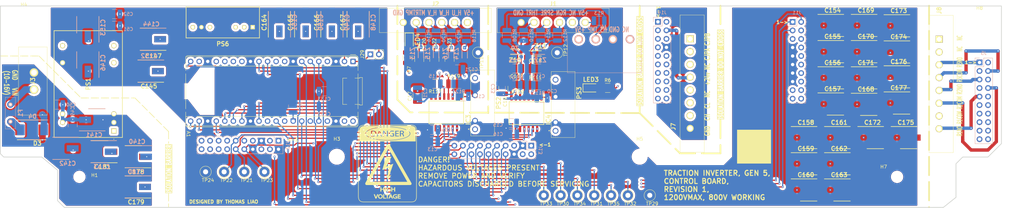
<source format=kicad_pcb>
(kicad_pcb (version 20241229) (generator "pcbnew") (generator_version "9.0")
  (layers (0 "F.Cu" signal) (4 "In1.Cu" signal) (6 "In2.Cu" signal) (8 "In3.Cu" signal) (10 "In4.Cu" signal) (2 "B.Cu" signal) (13 "F.Paste" user) (15 "B.Paste" user) (5 "F.SilkS" user "F.Silkscreen") (7 "B.SilkS" user "B.Silkscreen") (1 "F.Mask" user) (3 "B.Mask" user) (25 "Edge.Cuts" user))
  (net 0 "")
  (net 1 "/SPI2_ADC1_CS_A")
  (net 2 "/SPI2_ADC2_CS_A")
  (net 3 "Net-(A1-AGND)")
  (net 4 "/RELAY_3_A")
  (net 5 "Net-(A1-GPIO1)")
  (net 7 "/GND_A")
  (net 8 "Net-(A1-GPIO0)")
  (net 9 "/RELAY_1_A")
  (net 10 "/SPI2_SCK_A")
  (net 11 "/RELAY_2_A")
  (net 12 "/+3.3V_A")
  (net 13 "/SPI1_RX_A")
  (net 15 "/SPI2_RX_A")
  (net 17 "/SPI1_CAN_CS_A")
  (net 18 "/SPI2_ADC4_CS_A")
  (net 19 "/SPI2_TX_A")
  (net 20 "/SPI1_SCK_A")
  (net 23 "/SPI2_ADC3_CS_A")
  (net 24 "/SPI1_TX_A")
  (net 25 "/SPI1_CAN_INT_A")
  (net 26 "/GND_W")
  (net 27 "Net-(IC3-VDDF)")
  (net 28 "Net-(IC3-REF)")
  (net 29 "/GND_V")
  (net 30 "Net-(IC4-VDDF)")
  (net 31 "Net-(IC4-REF)")
  (net 32 "/+12V_A")
  (net 33 "/ADC_2/ADC4_5VFILTER_1/OUT")
  (net 34 "/ADC_2/ADC4_5VFILTER_2/OUT")
  (net 35 "/ADC_2/ADC4_5VFILTER_3/OUT")
  (net 36 "/ADC_2/ADC4_5VFILTER_4/OUT")
  (net 37 "/ADC_2/ADC3_5VFILTER_1/OUT")
  (net 38 "/ADC_2/ADC3_5VFILTER_2/OUT")
  (net 39 "Net-(LED3-A)")
  (net 40 "Net-(LED4-A)")
  (net 41 "/ADC_2/ADC3_5VFILTER_3/OUT")
  (net 42 "/ADC_2/ADC3_5VFILTER_4/OUT")
  (net 45 "/RELAY2_COM")
  (net 46 "/RELAY2_NO")
  (net 47 "/RELAY3_COM")
  (net 48 "/RELAY3_NO")
  (net 49 "/RELAY1_NO")
  (net 50 "/RELAY1_COM")
  (net 51 "/HALL_PH_W_W")
  (net 52 "/HALL_PH_U_W")
  (net 53 "/MTR_TMP_W")
  (net 54 "/HALL_PH_V_W")
  (net 55 "/+5V_W")
  (net 56 "/+5V_V")
  (net 57 "/SPARE_V")
  (net 58 "/REGEN_THROTTLE_V")
  (net 59 "/THROTTLE_V")
  (net 60 "/HEATSINK_TMP_V")
  (net 65 "Net-(D3-A)")
  (net 66 "/DRIVE_ENABLE_A")
  (net 86 "/CAN_JUMPER_B")
  (net 87 "/CAN_HIGH")
  (net 89 "/CAN_24V_OUT")
  (net 90 "/CAN_LOW")
  (net 91 "/CAN_GND")
  (net 109 "/PH_W_L")
  (net 110 "/PH_W_H")
  (net 111 "/PH_V_L")
  (net 112 "/PH_V_H")
  (net 113 "/PH_U_L")
  (net 114 "/PH_U_H")
  (net 115 "/Power/GND_Z")
  (net 116 "/Power/VIN_Z")
  (net 118 "/CAN_JUMPER_A")
  (net 121 "/RESET")
  (net 122 "/FAULT")
  (net 123 "/READY")
  (net 131 "/Power/VIN_FUSED_Z")
  (footprint "InverterCom:TBP02R2W38106BE" (layer "F.Cu") (at 154.76 5)
    (property "Reference" "J1")
    (property "Value" "TBP02R2W-381-06BE" (hide yes))
  )
  (footprint "InverterCom:CAPAE660X800N" (layer "F.Cu") (at 267 13.8)
    (property "Reference" "C174")
    (property "Value" "UCM1H101MCL1GS" (hide yes))
  )
  (footprint "InverterCom:CAPAE660X800N" (layer "F.Cu") (at 98.53628 5 90)
    (property "Reference" "C166")
    (property "Value" "UCM1H101MCL1GS" (hide yes))
  )
  (footprint "TestPoint:TestPoint_Loop_D2.54mm_Drill1.5mm_Beaded" (layer "F.Cu") (at 165.5 14 90)
    (property "Reference" "TP12")
    (property "Value" "TestPoint")
  )
  (footprint "InverterCom:SOD3716X135N" (layer "F.Cu") (at 159.465 14.215)
    (property "Reference" "Z11")
    (property "Value" "SZMMSZ4678T1G" (hide yes))
  )
  (footprint "InverterCom:CAPAE660X800N" (layer "F.Cu") (at 249.3 54.9)
    (property "Reference" "C163")
    (property "Value" "UCM1H101MCL1GS" (hide yes))
  )
  (footprint "Connector_PinHeader_2.54mm:PinHeader_1x02_P2.54mm_Vertical" (layer "F.Cu") (at 109.96 14.5 90)
    (property "Reference" "J29")
    (property "Value" "Conn_01x02_Pin")
  )
  (footprint "InverterCom:RD712S033R" (layer "F.Cu") (at 75 6.4 180)
    (property "Reference" "PS6")
    (property "Value" "RD7-12S033R" (hide yes))
  )
  (footprint "MountingHole:MountingHole_3.2mm_M3" (layer "F.Cu") (at 23.5 51)
    (property "Reference" "H1")
    (property "Value" "MountingHole")
  )
  (footprint "TestPoint:TestPoint_Loop_D2.54mm_Drill1.5mm_Beaded" (layer "F.Cu") (at 193 56.5)
    (property "Reference" "TP29")
    (property "Value" "TestPoint")
  )
  (footprint "InverterCom:SOIC127P1032X265-16N" (layer "F.Cu") (at 132.545 31.794 -90)
    (property "Reference" "IC3")
    (property "Value" "MAX22530AWE+" (hide yes))
  )
  (footprint "TestPoint:TestPoint_Loop_D2.54mm_Drill1.5mm_Beaded" (layer "F.Cu") (at 161.5 56.5)
    (property "Reference" "TP33")
    (property "Value" "TestPoint")
  )
  (footprint "Capacitor_SMD:C_1210_3225Metric_Pad1.33x2.70mm_HandSolder" (layer "F.Cu") (at 153.465 18.715 180)
    (property "Reference" "C117")
    (property "Value" "10nF")
  )
  (footprint "TestPoint:TestPoint_Loop_D2.54mm_Drill1.5mm_Beaded" (layer "F.Cu") (at 186.5 56.5)
    (property "Reference" "TP32")
    (property "Value" "TestPoint")
  )
  (footprint "InverterCom:TBP02R2W38108BE" (layer "F.Cu") (at 279 10 -90)
    (property "Reference" "J8")
    (property "Value" "TBP02R2W-381-08BE" (hide yes))
  )
  (footprint "Capacitor_SMD:C_1210_3225Metric_Pad1.33x2.70mm_HandSolder" (layer "F.Cu") (at 133.5 15.9375 -90)
    (property "Reference" "C123")
    (property "Value" "10nF")
  )
  (footprint "InverterCom:CAPAE660X800N" (layer "F.Cu") (at 247.35 29.3)
    (property "Reference" "C157")
    (property "Value" "UCM1H101MCL1GS" (hide yes))
  )
  (footprint "InverterCom:LEDC3216X120N" (layer "F.Cu") (at 175.5 24.5)
    (property "Reference" "LED3")
    (property "Value" "LTST-C230CKT" (hide yes))
  )
  (footprint "InverterCom:CAPAE660X800N" (layer "F.Cu") (at 257.25 5.9)
    (property "Reference" "C169")
    (property "Value" "UCM1H101MCL1GS" (hide yes))
  )
  (footprint "InverterCom:CAPAE660X800N" (layer "F.Cu") (at 267 29)
    (property "Reference" "C177")
    (property "Value" "UCM1H101MCL1GS" (hide yes))
  )
  (footprint "TestPoint:TestPoint_Loop_D2.54mm_Drill1.5mm_Beaded" (layer "F.Cu") (at 171.5 56.5)
    (property "Reference" "TP34")
    (property "Value" "TestPoint")
  )
  (footprint "Resistor_SMD:R_1210_3225Metric_Pad1.30x2.65mm_HandSolder" (layer "F.Cu") (at 134.725 23.291)
    (property "Reference" "R119")
    (property "Value" "1k")
  )
  (footprint "InverterCom:CAPAE660X800N" (layer "F.Cu") (at 239.4 54.9)
    (property "Reference" "C160")
    (property "Value" "UCM1H101MCL1GS" (hide yes))
  )
  (footprint "InverterCom:CAPAE660X800N" (layer "F.Cu") (at 40.35 54 180)
    (property "Reference" "C179")
    (property "Value" "UCM1H101MCL1GS" (hide yes))
  )
  (footprint "InverterCom:CAPAE660X800N" (layer "F.Cu") (at 257.25 21.5)
    (property "Reference" "C171")
    (property "Value" "UCM1H101MCL1GS" (hide yes))
  )
  (footprint "InverterCom:CAPAE660X800N" (layer "F.Cu") (at 44.85 10 180)
    (property "Reference" "C147")
    (property "Value" "UCM1H101MCL1GS" (hide yes))
  )
  (footprint "InverterCom:HIGHVOLTAGE_20mm" (layer "F.Cu") (at 115 47)
    (property "Reference" "G***" (hide yes))
    (property "Value" "LOGO" (hide yes))
  )
  (footprint "InverterCom:RKE1205SH" (layer "F.Cu") (at 141.085 36.825 90)
    (property "Reference" "PS2")
    (property "Value" "RKE-1205S_H" (hide yes))
  )
  (footprint "Resistor_SMD:R_1210_3225Metric_Pad1.30x2.65mm_HandSolder" (layer "F.Cu") (at 180.5 24.5)
    (property "Reference" "R6")
    (property "Value" "1k")
  )
  (footprint "InverterCom:SCW20A12" (layer "F.Cu") (at 33.74 37.32 90)
    (property "Reference" "PS1")
    (property "Value" "SCW20A-12" (hide yes))
  )
  (footprint "MountingHole:MountingHole_4.3mm_M4" (layer "F.Cu") (at 190 45)
    (property "Reference" "H5")
    (property "Value" "MountingHole")
  )
  (footprint "InverterCom:CAPAE660X800N" (layer "F.Cu") (at 247.35 5.9)
    (property "Reference" "C154")
    (property "Value" "UCM1H101MCL1GS" (hide yes))
  )
  (footprint "InverterCom:CAPAE660X800N" (layer "F.Cu") (at 249.3 39.3)
    (property "Reference" "C161")
    (property "Value" "UCM1H101MCL1GS" (hide yes))
  )
  (footprint "InverterCom:CAPAE660X800N" (layer "F.Cu") (at 259.2 39.3)
    (property "Reference" "C172")
    (property "Value" "UCM1H101MCL1GS" (hide yes))
  )
  (footprint "InverterCom:CAPAE660X800N" (layer "F.Cu") (at 90.73628 5 90)
    (property "Reference" "C165")
    (property "Value" "UCM1H101MCL1GS" (hide yes))
  )
  (footprint "InverterCom:CAPAE660X800N" (layer "F.Cu") (at 30.35 43.5 180)
    (property "Reference" "C181")
    (property "Value" "UCM1H101MCL1GS" (hide yes))
  )
  (footprint "MountingHole:MountingHole_4.3mm_M4" (layer "F.Cu") (at 291 6)
    (property "Reference" "H8")
    (property "Value" "MountingHole")
  )
  (footprint "TestPoint:TestPoint_Loop_D2.54mm_Drill1.5mm_Beaded" (layer "F.Cu") (at 61 49.5)
    (property "Reference" "TP24")
    (property "Value" "TestPoint")
  )
  (footprint "InverterCom:CAPAE660X800N" (layer "F.Cu") (at 247.35 13.7)
    (property "Reference" "C155")
    (property "Value" "UCM1H101MCL1GS" (hide yes))
  )
  (footprint "InverterCom:DIOM8059X265N" (layer "F.Cu") (at 9 37 180)
    (property "Reference" "D3")
    (property "Value" "S3N" (hide yes))
  )
  (footprint "InverterCom:CAPAE660X800N" (layer "F.Cu") (at 106.33628 5 90)
    (property "Reference" "C167")
    (property "Value" "UCM1H101MCL1GS" (hide yes))
  )
  (footprint "Capacitor_SMD:C_1210_3225Metric_Pad1.33x2.70mm_HandSolder" (layer "F.Cu") (at 124 27 90)
    (property "Reference" "C17")
    (property "Value" "100nF")
  )
  (footprint "InverterCom:CAPAE660X800N" (layer "F.Cu") (at 40.35 45 180)
    (property "Reference" "C178")
    (property "Value" "UCM1H101MCL1GS" (hide yes))
  )
  (footprint "InverterCom:CAPAE660X800N" (layer "F.Cu") (at 267 6)
    (property "Reference" "C173")
    (property "Value" "UCM1H101MCL1GS" (hide yes))
  )
  (footprint "TestPoint:TestPoint_Loop_D2.54mm_Drill1.5mm_Beaded" (layer "F.Cu") (at 142 14 90)
    (property "Reference" "TP11")
    (property "Value" "TestPoint")
  )
  (footprint "Capacitor_SMD:C_1210_3225Metric_Pad1.33x2.70mm_HandSolder" (layer "F.Cu") (at 124.5 16 -90)
    (property "Reference" "C120")
    (property "Value" "10nF")
  )
  (footprint "MountingHole:MountingHole_4.3mm_M4" (layer "F.Cu") (at 100 45)
    (property "Reference" "H3")
    (property "Value" "MountingHole")
  )
  (footprint "InverterCom:CAPAE660X800N" (layer "F.Cu") (at 44.15 19.5 180)
    (property "Reference" "C145")
    (property "Value" "UCM1H101MCL1GS" (hide yes))
  )
  (footprint "Module:RaspberryPi_Pico_Common_THT" (layer "F.Cu") (at 104.8175 16.61 -90)
    (property "Reference" "A1")
    (property "Value" "RaspberryPi_Pico")
  )
  (footprint "MountingHole:MountingHole_3.2mm_M3" (layer "F.Cu") (at 266.5 51)
    (property "Reference" "H7")
    (property "Value" "MountingHole")
  )
  (footprint "InverterCom:TBP02R2W38106BE" (layer "F.Cu") (at 119.76 5)
    (property "Reference" "J2")
    (property "Value" "TBP02R2W-381-06BE" (hide yes))
  )
  (footprint "InverterCom:SOD3716X135N" (layer "F.Cu") (at 152.965 13.715 180)
    (property "Reference" "Z10")
    (property "Value" "SZMMSZ4678T1G" (hide yes))
  )
  (footprint "InverterCom:TBP02R2W38108BE" (layer "F.Cu") (at 205 9.88 -90)
    (property "Reference" "J7")
    (property "Value" "TBP02R2W-381-08BE" (hide yes))
  )
  (footprint "Capacitor_SMD:C_1210_3225Metric_Pad1.33x2.70mm_HandSolder" (layer "F.Cu") (at 158.965 18.715)
    (property "Reference" "C118")
    (property "Value" "10nF")
  )
  (footprint "InverterCom:CAPAE660X800N" (layer "F.Cu") (at 249.3 47.1)
    (property "Reference" "C162")
    (property "Value" "UCM1H101MCL1GS" (hide yes))
  )
  (footprint "Resistor_SMD:R_1210_3225Metric_Pad1.30x2.65mm_HandSolder" (layer "F.Cu") (at 153.7 23.5 180)
    (property "Reference" "R109")
    (property "Value" "1k")
  )
  (footprint "InverterCom:CAPAE660X800N" (layer "F.Cu") (at 239.4 39.3)
    (property "Reference" "C158")
    (property "Value" "UCM1H101MCL1GS" (hide yes))
  )
  (footprint "InverterCom:CAPAE660X800N" (layer "F.Cu") (at 257.25 13.7)
    (property "Reference" "C170")
    (property "Value" "UCM1H101MCL1GS" (hide yes))
  )
  (footprint "TestPoint:TestPoint_Loop_D2.54mm_Drill1.5mm_Beaded" (layer "F.Cu") (at 78.5 49.5)
    (property "Reference" "TP23")
    (property "Value" "TestPoint")
  )
  (footprint "InverterCom:RKE1205SH" (layer "F.Cu") (at 165 37.29 90)
    (property "Reference" "PS3")
    (property "Value" "RKE-1205S_H" (hide yes))
  )
  (footprint "InverterCom:TBP01R2W50802BE" (layer "F.Cu") (at 10 25 90)
    (property "Reference" "J3")
    (property "Value" "TBP01R2W-508-02BE" (hide yes))
  )
  (footprint "MountingHole:MountingHole_4.3mm_M4" (layer "F.Cu") (at 7 5)
    (property "Reference" "H4")
    (property "Value" "MountingHole")
  )
  (footprint "Capacitor_SMD:C_1210_3225Metric_Pad1.33x2.70mm_HandSolder" (layer "F.Cu") (at 129 15.9375 -90)
    (property "Reference" "C122")
    (property "Value" "10nF")
  )
  (footprint "Resistor_SMD:R_1210_3225Metric_Pad1.30x2.65mm_HandSolder" (layer "F.Cu") (at 121 15.5 -90)
    (property "Reference" "R7")
    (property "Value" "1k")
  )
  (footprint "InverterCom:CAPAE660X800N" (layer "F.Cu") (at 239.4 47.1)
    (property "Reference" "C159")
    (property "Value" "UCM1H101MCL1GS" (hide yes))
  )
  (footprint "Resistor_SMD:R_1210_3225Metric_Pad1.30x2.65mm_HandSolder" (layer "F.Cu") (at 159.015 23.715)
    (property "Reference" "R111")
    (property "Value" "1k")
  )
  (footprint "TestPoint:TestPoint_Loop_D2.54mm_Drill1.5mm_Beaded" (layer "F.Cu") (at 72.5 49.5)
    (property "Reference" "TP21")
    (property "Value" "TestPoint")
  )
  (footprint "InverterCom:SOIC127P1032X265-16N" (layer "F.Cu") (at 156.37 32.003 -90)
    (property "Reference" "IC4")
    (property "Value" "MAX22530AWE+" (hide yes))
  )
  (footprint "InverterCom:LEDC3216X120N" (layer "F.Cu") (at 121.5 10.5 -90)
    (property "Reference" "LED4")
    (property "Value" "LTST-C230CKT" (hide yes))
  )
  (footprint "Resistor_SMD:R_1210_3225Metric_Pad1.30x2.65mm_HandSolder" (layer "F.Cu") (at 129.225 23.291 180)
    (property "Reference" "R117")
    (property "Value" "1k")
  )
  (footprint "InverterCom:CAPAE660X800N" (layer "F.Cu") (at 247.35 21.5)
    (property "Reference" "C156")
    (property "Value" "UCM1H101MCL1GS" (hide yes))
  )
  (footprint "TestPoint:TestPoint_Loop_D2.54mm_Drill1.5mm_Beaded" (layer "F.Cu") (at 176.5 56.5)
    (property "Reference" "TP31")
    (property "Value" "TestPoint")
  )
  (footprint "InverterCom:CAPAE660X800N" (layer "F.Cu") (at 82.93628 5 90)
    (property "Reference" "C164")
    (property "Value" "UCM1H101MCL1GS" (hide yes))
  )
  (footprint "InverterCom:CAPAE660X800N" (layer "F.Cu") (at 257.25 29.4)
    (property "Reference" "C168")
    (property "Value" "UCM1H101MCL1GS" (hide yes))
  )
  (footprint "InverterCom:CAPAE660X800N" (layer "F.Cu") (at 269.1 39.3)
    (property "Reference" "C175")
    (property "Value" "UCM1H101MCL1GS" (hide yes))
  )
  (footprint "TestPoint:TestPoint_Loop_D2.54mm_Drill1.5mm_Beaded" (layer "F.Cu") (at 66.5 49.5)
    (property "Reference" "TP22")
    (property "Value" "TestPoint")
  )
  (footprint "TestPoint:TestPoint_Loop_D2.54mm_Drill1.5mm_Beaded" (layer "F.Cu") (at 181.5 56.5)
    (property "Reference" "TP35")
    (property "Value" "TestPoint")
  )
  (footprint "InverterCom:CAPAE660X800N" (layer "F.Cu") (at 267 21.2)
    (property "Reference" "C176")
    (property "Value" "UCM1H101MCL1GS" (hide yes))
  )
  (footprint "Capacitor_SMD:C_1210_3225Metric_Pad1.33x2.70mm_HandSolder" (layer "F.Cu") (at 149.5 24.6875 -90)
    (property "Reference" "C19")
    (property "Value" "100nF")
  )
  (footprint "TestPoint:TestPoint_Loop_D2.54mm_Drill1.5mm_Beaded" (layer "F.Cu") (at 166.5 56.5)
    (property "Reference" "TP30")
    (property "Value" "TestPoint")
  )
  (footprint "InverterCom:CAPAE660X800N" (layer "B.Cu") (at 40.65 45 180)
    (property "Reference" "C140")
    (property "Value" "UCM1H101MCL1GS" (hide yes))
  )
  (footprint "Capacitor_SMD:C_1210_3225Metric_Pad1.33x2.70mm_HandSolder" (layer "B.Cu") (at 159.965 18.715)
    (property "Reference" "C119")
    (property "Value" "10nF")
  )
  (footprint "InverterCom:SOD3716X135N" (layer "B.Cu") (at 138 14.3 -90)
    (property "Reference" "Z14")
    (property "Value" "SZMMSZ4678T1G" (hide yes))
  )
  (footprint "InverterCom:TBP01R150804BE" (layer "B.Cu") (at 171.88 10)
    (property "Reference" "J4")
    (property "Value" "TBP01R1-508-04BE" (hide yes))
  )
  (footprint "Capacitor_SMD:C_1210_3225Metric_Pad1.33x2.70mm_HandSolder" (layer "B.Cu") (at 96.25 25.5)
    (property "Reference" "C133")
    (property "Value" "10uF")
  )
  (footprint "Capacitor_SMD:C_1210_3225Metric_Pad1.33x2.70mm_HandSolder" (layer "B.Cu") (at 151.9375 38.25)
    (property "Reference" "C16")
    (property "Value" "1uF")
  )
  (footprint "Resistor_SMD:R_1210_3225Metric_Pad1.30x2.65mm_HandSolder" (layer "B.Cu") (at 87 30.25 90)
    (property "Reference" "R12")
    (property "Value" "0")
  )
  (footprint "Capacitor_SMD:C_1210_3225Metric_Pad1.33x2.70mm_HandSolder" (layer "B.Cu") (at 161 27.5 180)
    (property "Reference" "C20")
    (property "Value" "100nF")
  )
  (footprint "InverterCom:CAPAE660X800N" (layer "B.Cu") (at 82.93628 5 90)
    (property "Reference" "C151")
    (property "Value" "UCM1H101MCL1GS" (hide yes))
  )
  (footprint "InverterCom:SOD3716X135N" (layer "B.Cu") (at 160.465 13.715)
    (property "Reference" "Z12")
    (property "Value" "SZMMSZ4678T1G" (hide yes))
  )
  (footprint "InverterCom:CAPAE660X800N" (layer "B.Cu") (at 26 6.5 90)
    (property "Reference" "C153")
    (property "Value" "UCM1H101MCL1GS" (hide yes))
  )
  (footprint "Resistor_SMD:R_1210_3225Metric_Pad1.30x2.65mm_HandSolder" (layer "B.Cu") (at 129.225 23.291 180)
    (property "Reference" "R115")
    (property "Value" "1k")
  )
  (footprint "Capacitor_SMD:C_1210_3225Metric_Pad1.33x2.70mm_HandSolder" (layer "B.Cu") (at 17 29.5)
    (property "Reference" "C50")
    (property "Value" "100nF")
  )
  (footprint "InverterCom:DIOM8059X265N" (layer "B.Cu") (at 9.55 37 180)
    (property "Reference" "D4")
    (property "Value" "S3N" (hide yes))
  )
  (footprint "Capacitor_SMD:C_1210_3225Metric_Pad1.33x2.70mm_HandSolder" (layer "B.Cu") (at 21.5 35.4375 90)
    (property "Reference" "C49")
    (property "Value" "1uF")
  )
  (footprint "Capacitor_SMD:C_1210_3225Metric_Pad1.33x2.70mm_HandSolder" (layer "B.Cu") (at 128.5 37)
    (property "Reference" "C14")
    (property "Value" "100nF")
  )
  (footprint "Resistor_SMD:R_1210_3225Metric_Pad1.30x2.65mm_HandSolder" (layer "B.Cu") (at 129.5 9 90)
    (property "Reference" "R120")
    (property "Value" "5k")
  )
  (footprint "Capacitor_SMD:C_1210_3225Metric_Pad1.33x2.70mm_HandSolder" (layer "B.Cu") (at 96.25 30)
    (property "Reference" "C132")
    (property "Value" "100nF")
  )
  (footprint "Capacitor_SMD:C_1210_3225Metric_Pad1.33x2.70mm_HandSolder" (layer "B.Cu") (at 34 2.5)
    (property "Reference" "C52")
    (property "Value" "100nF")
  )
  (footprint "Capacitor_SMD:C_1210_3225Metric_Pad1.33x2.70mm_HandSolder" (layer "B.Cu") (at 128.4375 40.5)
    (property "Reference" "C13")
    (property "Value" "100nF")
  )
  (footprint "Capacitor_SMD:C_1210_3225Metric_Pad1.33x2.70mm_HandSolder" (layer "B.Cu") (at 34 6)
    (property "Reference" "C51")
    (property "Value" "1uF")
  )
  (footprint "InverterCom:SOD3716X135N" (layer "B.Cu") (at 129.5 14.2 -90)
    (property "Reference" "Z15")
    (property "Value" "SZMMSZ4678T1G" (hide yes))
  )
  (footprint "InverterCom:MFRHT200322" (layer "B.Cu") (at 3 29.45 -90)
    (property "Reference" "F1")
    (property "Value" "MF-RHT200_32-2" (hide yes))
  )
  (footprint "Resistor_SMD:R_1210_3225Metric_Pad1.30x2.65mm_HandSolder" (layer "B.Cu") (at 125 9 90)
    (property "Reference" "R116")
    (property "Value" "5k")
  )
  (footprint "Capacitor_SMD:C_1210_3225Metric_Pad1.33x2.70mm_HandSolder" (layer "B.Cu") (at 137.5625 27 180)
    (property "Reference" "C18")
    (property "Value" "100nF")
  )
  (footprint "InverterCom:CAPAE660X800N" (layer "B.Cu") (at 106.33628 5 90)
    (property "Reference" "C148")
    (property "Value" "UCM1H101MCL1GS" (hide yes))
  )
  (footprint "InverterCom:CAPAE660X800N" (layer "B.Cu") (at 26 17 90)
    (property "Reference" "C146")
    (property "Value" "UCM1H101MCL1GS" (hide yes))
  )
  (footprint "InverterCom:CAPAE660X800N" (layer "B.Cu") (at 44.2 19.5 180)
    (property "Reference" "C152")
    (property "Value" "UCM1H101MCL1GS" (hide yes))
  )
  (footprint "InverterCom:CAPAE660X800N" (layer "B.Cu") (at 18.85 42.5 180)
    (property "Reference" "C142")
    (property "Value" "UCM1H101MCL1GS" (hide yes))
  )
  (footprint "Resistor_SMD:R_1210_3225Metric_Pad1.30x2.65mm_HandSolder" (layer "B.Cu") (at 138.5 9 90)
    (property "Reference" "R118")
    (property "Value" "5k")
  )
  (footprint "Resistor_SMD:R_1210_3225Metric_Pad1.30x2.65mm_HandSolder" (layer "B.Cu") (at 165.545 8.841 90)
    (property "Reference" "R112")
    (property "Value" "5k")
  )
  (footprint "Resistor_SMD:R_1210_3225Metric_Pad1.30x2.65mm_HandSolder" (layer "B.Cu") (at 150.545 8.841 90)
    (property "Reference" "R108")
    (property "Value" "5k")
  )
  (footprint "Connector_PinSocket_2.54mm:PinSocket_2x10_P2.54mm_Vertical" (layer "B.Cu") (at 291 16.92 180)
    (property "Reference" "J5")
    (property "Value" "Conn_02x10_Counter_Clockwise")
  )
  (footprint "InverterCom:SOD3716X135N" (layer "B.Cu") (at 134 14.3 -90)
    (property "Reference" "Z16")
    (property "Value" "SZMMSZ4678T1G" (hide yes))
  )
  (footprint "Capacitor_SMD:C_1210_3225Metric_Pad1.33x2.70mm_HandSolder" (layer "B.Cu") (at 151.875 35)
    (property "Reference" "C15")
    (property "Value" "1uF")
  )
  (footprint "InverterCom:CAPAE660X800N" (layer "B.Cu") (at 98.53628 5 90)
    (property "Reference" "C149")
    (property "Value" "UCM1H101MCL1GS" (hide yes))
  )
  (footprint "Resistor_SMD:R_1210_3225Metric_Pad1.30x2.65mm_HandSolder" (layer "B.Cu") (at 136.225 23.291)
    (property "Reference" "R121")
    (property "Value" "1k")
  )
  (footprint "Capacitor_SMD:C_1210_3225Metric_Pad1.33x2.70mm_HandSolder" (layer "B.Cu") (at 135.9375 19 180)
    (property "Reference" "C121")
    (property "Value" "10nF")
  )
  (footprint "InverterCom:CAPAE660X800N" (layer "B.Cu") (at 44.85 10 180)
    (property "Reference" "C144")
    (property "Value" "UCM1H101MCL1GS" (hide yes))
  )
  (footprint "Resistor_SMD:R_1210_3225Metric_Pad1.30x2.65mm_HandSolder" (layer "B.Cu") (at 155.545 8.841 90)
    (property "Reference" "R110")
    (property "Value" "5k")
  )
  (footprint "Resistor_SMD:R_1210_3225Metric_Pad1.30x2.65mm_HandSolder" (layer "B.Cu") (at 160.545 8.841 90)
    (property "Reference" "R114")
    (property "Value" "5k")
  )
  (footprint "Resistor_SMD:R_1210_3225Metric_Pad1.30x2.65mm_HandSolder" (layer "B.Cu") (at 177.95 4.5 180)
    (property "Reference" "R13")
    (property "Value" "10k")
  )
  (footprint "Capacitor_SMD:C_1210_3225Metric_Pad1.33x2.70mm_HandSolder" (layer "B.Cu") (at 148.75 24.6875 -90)
    (property "Reference" "C23")
    (property "Value" "1uF")
  )
  (footprint "Connector_PinSocket_2.54mm:PinSocket_2x10_P2.54mm_Vertical" (layer "B.Cu") (at 82.66 40.225 90)
    (property "Reference" "J12")
    (property "Value" "Conn_02x10_Counter_Clockwise")
  )
  (footprint "InverterCom:CAPAE660X800N" (layer "B.Cu") (at 27.85 34)
    (property "Reference" "C141")
    (property "Value" "UCM1H101MCL1GS" (hide yes))
  )
  (footprint "InverterCom:CAPAE660X800N" (layer "B.Cu") (at 90.73628 5 90)
    (property "Reference" "C150")
    (property "Value" "UCM1H101MCL1GS" (hide yes))
  )
  (footprint "Resistor_SMD:R_1210_3225Metric_Pad1.30x2.65mm_HandSolder" (layer "B.Cu") (at 159.965 23.715)
    (property "Reference" "R113")
    (property "Value" "1k")
  )
  (footprint "Capacitor_SMD:C_1210_3225Metric_Pad1.33x2.70mm_HandSolder" (layer "B.Cu") (at 152.965 18.715 180)
    (property "Reference" "C116")
    (property "Value" "10nF")
  )
  (footprint "InverterCom:CAPAE660X800N" (layer "B.Cu") (at 30.15 43.5 180)
    (property "Reference" "C143")
    (property "Value" "UCM1H101MCL1GS" (hide yes))
  )
  (footprint "Capacitor_SMD:C_1210_3225Metric_Pad1.33x2.70mm_HandSolder" (layer "B.Cu") (at 124 26 90)
    (property "Reference" "C21")
    (property "Value" "1uF")
  )
  (footprint "Resistor_SMD:R_1210_3225Metric_Pad1.30x2.65mm_HandSolder" (layer "B.Cu") (at 134 9 90)
    (property "Reference" "R122")
    (property "Value" "5k")
  )
  (footprint "Connector_PinSocket_2.54mm:PinSocket_2x10_P2.54mm_Vertical" (layer "B.Cu") (at 157.78 41.71 90)
    (property "Reference" "J13")
    (property "Value" "Conn_02x10_Counter_Clockwise")
  )
  (footprint "InverterCom:SOD3716X135N" (layer "B.Cu") (at 152.965 15.215 180)
    (property "Reference" "Z9")
    (property "Value" "SZMMSZ4678T1G" (hide yes))
  )
  (footprint "InverterCom:CAPAE660X800N" (layer "B.Cu") (at 40.35 54 180)
    (property "Reference" "C180")
    (property "Value" "UCM1H101MCL1GS" (hide yes))
  )
  (footprint "Connector_PinSocket_2.54mm:PinSocket_2x10_P2.54mm_Vertical" (layer "B.Cu") (at 195.42 4.8 180)
    (property "Reference" "J14")
    (property "Value" "Conn_02x10_Counter_Clockwise")
  )
  (footprint "InverterCom:SOD3716X135N" (layer "B.Cu") (at 125 14.2 -90)
    (property "Reference" "Z13")
    (property "Value" "SZMMSZ4678T1G" (hide yes))
  )
  (footprint "Resistor_SMD:R_1210_3225Metric_Pad1.30x2.65mm_HandSolder" (layer "B.Cu") (at 152.965 23.715 180)
    (property "Reference" "R107")
    (property "Value" "1k")
  )
  (footprint "Connector_PinSocket_2.54mm:PinSocket_2x10_P2.54mm_Vertical" (layer "B.Cu") (at 235.46 4.84 180)
    (property "Reference" "J11")
    (property "Value" "Conn_02x10_Counter_Clockwise")
  )
  (gr_line (start 145 0) (end 145 32) (stroke (width 0.5) (type dash)) (layer "F.SilkS"))
  (gr_line (start 118 0) (end 118 29) (stroke (width 0.5) (type dash)) (layer "F.SilkS"))
  (gr_line (start 276 0) (end 276 60) (stroke (width 0.5) (type dash)) (layer "F.SilkS"))
  (gr_line (start 0 15) (end 11.5 15) (stroke (width 0.2) (type dash)) (layer "F.SilkS"))
  (gr_line (start 24 27.5) (end 40 27.5) (stroke (width 0.2) (type dash)) (layer "F.SilkS"))
  (gr_line (start 190 0) (end 190 3) (stroke (width 0.5) (type dash)) (layer "F.SilkS"))
  (gr_line (start 214 34) (end 214 44) (stroke (width 0.5) (type dash)) (layer "F.SilkS"))
  (gr_line (start 190 32) (end 202 44) (stroke (width 0.5) (type dash)) (layer "F.SilkS"))
  (gr_line (start 190 32) (end 122 31.794) (stroke (width 0.5) (type dash)) (layer "F.SilkS"))
  (gr_line (start 190 30) (end 190 32) (stroke (width 0.5) (type dash)) (layer "F.SilkS"))
  (gr_line (start 50 37.5) (end 50 41) (stroke (width 0.2) (type dash)) (layer "F.SilkS"))
  (gr_line (start 11.5 15) (end 24 27.5) (stroke (width 0.2) (type dash)) (layer "F.SilkS"))
  (gr_line (start 118 28) (end 121.793374 31.793374) (stroke (width 0.5) (type dash)) (layer "F.SilkS"))
  (gr_line (start 214 0) (end 214 7) (stroke (width 0.5) (type dash)) (layer "F.SilkS"))
  (gr_line (start 214 44) (end 202 44) (stroke (width 0.5) (type dash)) (layer "F.SilkS"))
  (gr_line (start 50 56) (end 50 60) (stroke (width 0.2) (type dash)) (layer "F.SilkS"))
  (gr_rect (start 219 37) (end 229 47) (stroke (width 0.1)) (fill yes) (layer "F.SilkS"))
  (gr_line (start 40 27.5) (end 50 37.5) (stroke (width 0.2) (type dash)) (layer "F.SilkS"))
  (gr_poly (pts (xy 0.008198 0.090165) (xy 0.008198 44.090165) (xy 1.008198 45.090165) (xy 12.308197 45.090165) (xy 17.008198 49.00683) (xy 17.008198 58.090165) (xy 19.008198 60.090165) (xy 280.258198 60.090165) (xy 284.008198 57.090165) (xy 284.008198 47.090165) (xy 286.008198 45.090165) (xy 293.508198 45.090165) (xy 297.508198 41.090165) (xy 297.508198 0.090165)) (stroke (width 0.2)) (fill no) (layer "Edge.Cuts"))
  (gr_text "ISOLATION BARRIER DO NOT CROSS" (at 215 34 90) (layer "F.SilkS" knockout) (effects (font (size 1.5 1) (thickness 0.25) (bold yes)) (justify left bottom)))
  (gr_text "DESIGNED BY THOMAS LIAO" (at 56 59 0) (layer "F.SilkS") (effects (font (size 1 1) (thickness 0.25) (bold yes)) (justify left bottom)))
  (gr_text "ISOLATION BARRIER" (at 51 56 90) (layer "F.SilkS" knockout) (effects (font (size 1.5 1) (thickness 0.25) (bold yes)) (justify left bottom)))
  (gr_text "1->" (at 195 0 270) (layer "F.SilkS") (effects (font (size 1 1) (thickness 0.25) (bold yes)) (justify left bottom)))
  (gr_text "DANGER!\nHAZARDOUS VOLTAGES PRESENT\nREMOVE POWER AND VERIFY\nCAPACITORS DISCHARGED BEFORE SERVICING" (at 124 54 0) (layer "F.SilkS") (effects (font (size 1.5 1.5) (thickness 0.25) (bold yes)) (justify left bottom)))
  (gr_text "1->" (at 230.5 5.5 0) (layer "F.SilkS") (effects (font (size 1 1) (thickness 0.25) (bold yes)) (justify left bottom)))
  (gr_text "ISOLATION BARRIER DO NOT CROSS" (at 191 30 90) (layer "F.SilkS" knockout) (effects (font (size 1.5 1) (thickness 0.25) (bold yes)) (justify left bottom)))
  (gr_text "GND   VIN\n(10-16V)" (at 1 23 270) (layer "F.SilkS") (effects (font (size 1.5 1) (thickness 0.25) (bold yes)) (justify bottom)))
  (gr_text "<-1" (at 85 40.5 0) (layer "F.SilkS") (effects (font (size 1 1) (thickness 0.25) (bold yes)) (justify left bottom)))
  (gr_text "TRACTION INVERTER, GEN 5,\nCONTROL BOARD,\nREVISION 1,\n1200VMAX, 800V WORKING" (at 197 58 0) (layer "F.SilkS") (effects (font (size 1.5 1.5) (thickness 0.3) (bold yes)) (justify left bottom)))
  (gr_text "GND  CH  CL  NC  +24v NC CJPA CJPB" (at 211 39 90) (layer "F.SilkS") (effects (font (size 1.5 1) (thickness 0.25) (bold yes)) (justify left bottom)))
  (gr_text "<-1" (at 160 42 0) (layer "F.SilkS") (effects (font (size 1 1) (thickness 0.25) (bold yes)) (justify left bottom)))
  (gr_text "R1NO R1COM R2COM R2NO R3COM R3NO   NC   NC" (at 286 39 90) (layer "F.SilkS") (effects (font (size 1.5 0.75) (thickness 0.1875) (bold yes)) (justify left bottom)))
  (gr_text "1->" (at 286.5 17.5 0) (layer "F.SilkS") (effects (font (size 1 1) (thickness 0.25) (bold yes)) (justify left bottom)))
  (gr_text "+5V H_U H_W H_V MTRTMP GND" (at 141 3 0) (layer "B.SilkS") (effects (font (size 1.5 1) (thickness 0.25) (bold yes)) (justify left bottom mirror)))
  (gr_text "+5V NC RGN SPRE THRT GND" (at 175 3 0) (layer "B.SilkS") (effects (font (size 1.5 1) (thickness 0.25) (bold yes)) (justify left bottom mirror)))
  (gr_text "NC GND HS_TMP +5V" (at 187 8 0) (layer "B.SilkS") (effects (font (size 1.5 1) (thickness 0.25) (bold yes)) (justify left bottom mirror)))
  (segment (start 87 34.3525) (end 87.0375 34.39) (width 0.35) (layer "B.Cu") (net 3))
  (segment (start 87 31.8) (end 87 34.3525) (width 0.35) (layer "B.Cu") (net 3))
  (segment (start 152.876 59.324) (end 92.5 59.324) (width 0.35) (layer "F.Cu") (net 4))
  (segment (start 81.824 59.324) (end 81.5 59) (width 0.35) (layer "F.Cu") (net 4))
  (segment (start 232.5 54) (end 208 54) (width 0.35) (layer "F.Cu") (net 4))
  (segment (start 153 59.2) (end 152.876 59.324) (width 0.35) (layer "F.Cu") (net 4))
  (segment (start 208 54) (end 190.5 54) (width 0.35) (layer "F.Cu") (net 4))
  (segment (start 208 54) (end 207.5 54) (width 0.35) (layer "F.Cu") (net 4))
  (segment (start 92.5 59.324) (end 81.824 59.324) (width 0.35) (layer "F.Cu") (net 4))
  (via (at 153 59.2) (size 0.6) (drill 0.3) (layers "F.Cu" "B.Cu") (net 4))
  (via (at 81.5 59) (size 0.6) (drill 0.3) (layers "F.Cu" "B.Cu") (net 4))
  (via (at 190.5 54) (size 0.6) (drill 0.3) (layers "F.Cu" "B.Cu") (net 4))
  (via (at 81.5 45) (size 0.6) (drill 0.3) (layers "F.Cu" "B.Cu") (net 4))
  (via (at 232.5 54) (size 0.6) (drill 0.3) (layers "F.Cu" "B.Cu") (net 4))
  (segment (start 232.5 8) (end 233.12 7.38) (width 0.35) (layer "B.Cu") (net 4))
  (segment (start 232.5 52) (end 232.5 8) (width 0.35) (layer "B.Cu") (net 4))
  (segment (start 233.12 7.38) (end 235.46 7.38) (width 0.35) (layer "B.Cu") (net 4))
  (segment (start 232.5 52) (end 232.5 54) (width 0.35) (layer "B.Cu") (net 4))
  (segment (start 81.5 59) (end 81.5 45) (width 0.35) (layer "B.Cu") (net 4))
  (segment (start 102.2775 14.2225) (end 104.5 12) (width 0.35) (layer "F.Cu") (net 5))
  (segment (start 112.5 12.5) (end 112.5 14.5) (width 0.35) (layer "F.Cu") (net 5))
  (segment (start 102.2775 16.61) (end 102.2775 14.2225) (width 0.35) (layer "F.Cu") (net 5))
  (segment (start 112 12) (end 112.5 12.5) (width 0.35) (layer "F.Cu") (net 5))
  (segment (start 104.5 12) (end 112 12) (width 0.35) (layer "F.Cu") (net 5))
  (segment (start 151.925 36.715) (end 150.5275 36.715) (width 0.35) (layer "F.Cu") (net 7))
  (segment (start 150.5275 36.715) (end 150.3125 36.5) (width 0.35) (layer "F.Cu") (net 7))
  (via (at 126.9375 37) (size 0.6) (drill 0.3) (layers "F.Cu" "B.Cu") (net 7))
  (via (at 150.3125 36.5) (size 0.6) (drill 0.3) (layers "F.Cu" "B.Cu") (net 7))
  (segment (start 165 34.75) (end 164 34.75) (width 0.5) (layer "B.Cu") (net 7))
  (segment (start 126.9375 40.4375) (end 126.875 40.5) (width 0.5) (layer "B.Cu") (net 7))
  (segment (start 139.5 35.25) (end 140 34.75) (width 0.5) (layer "B.Cu") (net 7))
  (segment (start 164 34.75) (end 163.5 35.25) (width 0.5) (layer "B.Cu") (net 7))
  (segment (start 141.085 34.285) (end 141.55 34.75) (width 0.5) (layer "B.Cu") (net 7))
  (segment (start 140.62 34.75) (end 141.085 34.285) (width 0.5) (layer "B.Cu") (net 7))
  (segment (start 139.5 35.25) (end 139.25 35.25) (width 0.5) (layer "B.Cu") (net 7))
  (segment (start 140 34.75) (end 140.62 34.75) (width 0.5) (layer "B.Cu") (net 7))
  (segment (start 165 34.75) (end 166.25 34.75) (width 0.5) (layer "B.Cu") (net 7))
  (segment (start 141.55 34.75) (end 142.75 34.75) (width 0.5) (layer "B.Cu") (net 7))
  (segment (start 126.9375 37) (end 126.9375 40.4375) (width 0.5) (layer "B.Cu") (net 7))
  (segment (start 142.05 35.25) (end 142.75 35.25) (width 0.5) (layer "B.Cu") (net 7))
  (segment (start 166.25 34.75) (end 167 35.5) (width 0.5) (layer "B.Cu") (net 7))
  (segment (start 142.75 34.75) (end 143.25 35.25) (width 0.5) (layer "B.Cu") (net 7))
  (segment (start 141.085 34.285) (end 142.05 35.25) (width 0.5) (layer "B.Cu") (net 7))
  (segment (start 107.85 16.61) (end 109.96 14.5) (width 0.35) (layer "F.Cu") (net 8))
  (segment (start 104.8175 16.61) (end 107.85 16.61) (width 0.35) (layer "F.Cu") (net 8))
  (segment (start 208 53) (end 190.5 53) (width 0.35) (layer "F.Cu") (net 9))
  (segment (start 91 58.5) (end 151.5 58.5) (width 0.35) (layer "F.Cu") (net 9))
  (segment (start 208 53) (end 207.5 53) (width 0.35) (layer "F.Cu") (net 9))
  (segment (start 231.5 53) (end 208 53) (width 0.35) (layer "F.Cu") (net 9))
  (via (at 91 58.5) (size 0.6) (drill 0.3) (layers "F.Cu" "B.Cu") (net 9))
  (via (at 190.5 53) (size 0.6) (drill 0.3) (layers "F.Cu" "B.Cu") (net 9))
  (via (at 151.5 58.5) (size 0.6) (drill 0.3) (layers "F.Cu" "B.Cu") (net 9))
  (via (at 231.5 53) (size 0.6) (drill 0.3) (layers "F.Cu" "B.Cu") (net 9))
  (segment (start 235.46 4.84) (end 234.16 4.84) (width 0.35) (layer "B.Cu") (net 9))
  (segment (start 89.5775 16.61) (end 90.9415 17.974) (width 0.35) (layer "B.Cu") (net 9))
  (segment (start 90.9415 58.4415) (end 91 58.5) (width 0.35) (layer "B.Cu") (net 9))
  (segment (start 231.5 7.5) (end 231.5 53) (width 0.35) (layer "B.Cu") (net 9))
  (segment (start 234.16 4.84) (end 231.5 7.5) (width 0.35) (layer "B.Cu") (net 9))
  (segment (start 90.9415 17.974) (end 90.9415 58.4415) (width 0.35) (layer "B.Cu") (net 9))
  (segment (start 131.25 38.25) (end 130.5 39) (width 0.35) (layer "F.Cu") (net 10))
  (segment (start 106 39) (end 105.5 38.5) (width 0.35) (layer "F.Cu") (net 10))
  (segment (start 135 38.5) (end 158 38.5) (width 0.35) (layer "F.Cu") (net 10))
  (segment (start 134.75 38.25) (end 131.25 38.25) (width 0.35) (layer "F.Cu") (net 10))
  (segment (start 130.5 39) (end 106 39) (width 0.35) (layer "F.Cu") (net 10))
  (segment (start 71.274 39.717174) (end 71.274 41.451) (width 0.35) (layer "F.Cu") (net 10))
  (segment (start 105.5 38.5) (end 72.491174 38.5) (width 0.35) (layer "F.Cu") (net 10))
  (segment (start 72.491174 38.5) (end 71.274 39.717174) (width 0.35) (layer "F.Cu") (net 10))
  (segment (start 71.274 41.451) (end 69.96 42.765) (width 0.35) (layer "F.Cu") (net 10))
  (segment (start 134.75 38.25) (end 135 38.5) (width 0.35) (layer "F.Cu") (net 10))
  (via (at 134.75 38.25) (size 0.6) (drill 0.3) (layers "F.Cu" "B.Cu") (net 10))
  (via (at 158 38.5) (size 0.6) (drill 0.3) (layers "F.Cu" "B.Cu") (net 10))
  (via (at 158.275 36.715) (size 0.6) (drill 0.3) (layers "F.Cu" "B.Cu") (net 10))
  (via (at 134.45 36.506) (size 0.6) (drill 0.3) (layers "F.Cu" "B.Cu") (net 10))
  (segment (start 134.45 37.95) (end 134.45 36.506) (width 0.35) (layer "B.Cu") (net 10))
  (segment (start 69.96 42.765) (end 72.5 45.305) (width 0.35) (layer "B.Cu") (net 10))
  (segment (start 158 38.5) (end 158 36.99) (width 0.35) (layer "B.Cu") (net 10))
  (segment (start 134.75 38.25) (end 134.45 37.95) (width 0.35) (layer "B.Cu") (net 10))
  (segment (start 72.5 45.305) (end 72.5 49.5) (width 0.35) (layer "B.Cu") (net 10))
  (segment (start 158 36.99) (end 158.275 36.715) (width 0.35) (layer "B.Cu") (net 10))
  (segment (start 94.5 57.5) (end 85.5 57.5) (width 0.35) (layer "F.Cu") (net 11))
  (segment (start 148 57.5) (end 94.5 57.5) (width 0.35) (layer "F.Cu") (net 11))
  (segment (start 207.5 52) (end 190.5 52) (width 0.35) (layer "F.Cu") (net 11))
  (segment (start 230.5 52) (end 207.5 52) (width 0.35) (layer "F.Cu") (net 11))
  (via (at 230.5 52) (size 0.6) (drill 0.3) (layers "F.Cu" "B.Cu") (net 11))
  (via (at 85.5 57.5) (size 0.6) (drill 0.3) (layers "F.Cu" "B.Cu") (net 11))
  (via (at 148 57.5) (size 0.6) (drill 0.3) (layers "F.Cu" "B.Cu") (net 11))
  (via (at 85.5 43) (size 0.6) (drill 0.3) (layers "F.Cu" "B.Cu") (net 11))
  (via (at 190.5 52) (size 0.6) (drill 0.3) (layers "F.Cu" "B.Cu") (net 11))
  (segment (start 238 4.84) (end 238 3.5) (width 0.35) (layer "B.Cu") (net 11))
  (segment (start 237 2.5) (end 234 2.5) (width 0.35) (layer "B.Cu") (net 11))
  (segment (start 238 3.5) (end 237.5 3) (width 0.35) (layer "B.Cu") (net 11))
  (segment (start 85.5 57.5) (end 85.5 43) (width 0.35) (layer "B.Cu") (net 11))
  (segment (start 234 2.5) (end 230.5 6) (width 0.35) (layer "B.Cu") (net 11))
  (segment (start 237.5 3) (end 237 2.5) (width 0.35) (layer "B.Cu") (net 11))
  (segment (start 230.5 6) (end 230.5 52) (width 0.35) (layer "B.Cu") (net 11))
  (segment (start 153.195 36.715) (end 153.5 36.715) (width 0.35) (layer "F.Cu") (net 12))
  (segment (start 129.37 36.506) (end 130 36.506) (width 0.35) (layer "F.Cu") (net 12))
  (segment (start 130 36.506) (end 130.64 36.506) (width 0.35) (layer "F.Cu") (net 12))
  (segment (start 153.5 36.715) (end 154.465 36.715) (width 0.35) (layer "F.Cu") (net 12))
  (via (at 254.6 21.5) (size 0.6) (drill 0.3) (layers "F.Cu" "B.Cu") (net 12))
  (via (at 82.93628 7.65) (size 0.6) (drill 0.3) (layers "F.Cu" "B.Cu") (net 12))
  (via (at 254.6 5.9) (size 0.6) (drill 0.3) (layers "F.Cu" "B.Cu") (net 12))
  (via (at 254.6 13.7) (size 0.6) (drill 0.3) (layers "F.Cu" "B.Cu") (net 12))
  (via (at 106.33628 7.65) (size 0.6) (drill 0.3) (layers "F.Cu" "B.Cu") (net 12))
  (via (at 94.6875 25.5) (size 0.6) (drill 0.3) (layers "F.Cu" "B.Cu") (net 12))
  (via (at 153.5 36.715) (size 0.6) (drill 0.3) (layers "F.Cu" "B.Cu") (net 12))
  (via (at 130 36.506) (size 0.6) (drill 0.3) (layers "F.Cu" "B.Cu") (net 12))
  (via (at 254.6 29.4) (size 0.6) (drill 0.3) (layers "F.Cu" "B.Cu") (net 12))
  (via (at 98.53628 7.65) (size 0.6) (drill 0.3) (layers "F.Cu" "B.Cu") (net 12))
  (via (at 244.7 13.7) (size 0.6) (drill 0.3) (layers "F.Cu" "B.Cu") (net 12))
  (via (at 244.7 5.9) (size 0.6) (drill 0.3) (layers "F.Cu" "B.Cu") (net 12))
  (via (at 90.73628 7.65) (size 0.6) (drill 0.3) (layers "F.Cu" "B.Cu") (net 12))
  (via (at 244.7 21.5) (size 0.6) (drill 0.3) (layers "F.Cu" "B.Cu") (net 12))
  (via (at 244.7 29.3) (size 0.6) (drill 0.3) (layers "F.Cu" "B.Cu") (net 12))
  (segment (start 130.0625 40.4375) (end 130 40.5) (width 0.5) (layer "B.Cu") (net 12))
  (segment (start 130.0625 37) (end 130.0625 40.4375) (width 0.5) (layer "B.Cu") (net 12))
  (segment (start 153.4375 37.4375) (end 153.5 37.5) (width 0.35) (layer "B.Cu") (net 12))
  (segment (start 153.5 34) (end 153.4375 34.0625) (width 0.35) (layer "B.Cu") (net 12))
  (segment (start 94.6875 34.36) (end 94.6575 34.39) (width 0.5) (layer "B.Cu") (net 12))
  (segment (start 94.6875 25.5) (end 94.6875 34.36) (width 0.5) (layer "B.Cu") (net 12))
  (segment (start 153.4375 34.0625) (end 153.4375 37.4375) (width 0.35) (layer "B.Cu") (net 12))
  (segment (start 129.976 45.476) (end 129.5 45) (width 0.35) (layer "F.Cu") (net 13))
  (segment (start 106 51.5) (end 93.5 51.5) (width 0.35) (layer "F.Cu") (net 13))
  (segment (start 129.5 45) (end 106 45) (width 0.35) (layer "F.Cu") (net 13))
  (segment (start 137.46 44.25) (end 136.234 45.476) (width 0.35) (layer "F.Cu") (net 13))
  (segment (start 136.234 45.476) (end 129.976 45.476) (width 0.35) (layer "F.Cu") (net 13))
  (via (at 106 51.5) (size 0.6) (drill 0.3) (layers "F.Cu" "B.Cu") (net 13))
  (via (at 93.5 51.5) (size 0.6) (drill 0.3) (layers "F.Cu" "B.Cu") (net 13))
  (via (at 106 45) (size 0.6) (drill 0.3) (layers "F.Cu" "B.Cu") (net 13))
  (segment (start 93.5 51.5) (end 93.676 51.324) (width 0.35) (layer "B.Cu") (net 13))
  (segment (start 93.676 51.324) (end 93.676 35.176) (width 0.35) (layer "B.Cu") (net 13))
  (segment (start 93.2935 17.786) (end 92.1175 16.61) (width 0.35) (layer "B.Cu") (net 13))
  (segment (start 106 45) (end 106 51.5) (width 0.35) (layer "B.Cu") (net 13))
  (segment (start 93.2935 34.7935) (end 93.2935 17.786) (width 0.35) (layer "B.Cu") (net 13))
  (segment (start 93.676 35.176) (end 93.2935 34.7935) (width 0.35) (layer "B.Cu") (net 13))
  (segment (start 87.461 41.539) (end 73.726 41.539) (width 0.35) (layer "F.Cu") (net 15))
  (segment (start 132 40) (end 131 41) (width 0.35) (layer "F.Cu") (net 15))
  (segment (start 132.15 39.85) (end 132 40) (width 0.35) (layer "F.Cu") (net 15))
  (segment (start 93 41) (end 88 41) (width 0.35) (layer "F.Cu") (net 15))
  (segment (start 131 41) (end 105.5 41) (width 0.35) (layer "F.Cu") (net 15))
  (segment (start 88 41) (end 87.461 41.539) (width 0.35) (layer "F.Cu") (net 15))
  (segment (start 155.5 39.85) (end 132.15 39.85) (width 0.35) (layer "F.Cu") (net 15))
  (segment (start 73.726 41.539) (end 72.5 42.765) (width 0.35) (layer "F.Cu") (net 15))
  (via (at 105.5 41) (size 0.6) (drill 0.3) (layers "F.Cu" "B.Cu") (net 15))
  (via (at 93 41) (size 0.6) (drill 0.3) (layers "F.Cu" "B.Cu") (net 15))
  (via (at 132 40) (size 0.6) (drill 0.3) (layers "F.Cu" "B.Cu") (net 15))
  (via (at 155.735 36.715) (size 0.6) (drill 0.3) (layers "F.Cu" "B.Cu") (net 15))
  (via (at 131.91 36.506) (size 0.6) (drill 0.3) (layers "F.Cu" "B.Cu") (net 15))
  (via (at 155.5 39.85) (size 0.6) (drill 0.3) (layers "F.Cu" "B.Cu") (net 15))
  (segment (start 78.5 48.765) (end 78.5 49.5) (width 0.35) (layer "B.Cu") (net 15))
  (segment (start 132 40) (end 131.91 39.91) (width 0.35) (layer "B.Cu") (net 15))
  (segment (start 155.735 36.715) (end 155.735 39.615) (width 0.35) (layer "B.Cu") (net 15))
  (segment (start 131.91 39.91) (end 131.91 36.506) (width 0.35) (layer "B.Cu") (net 15))
  (segment (start 72.5 42.765) (end 78.5 48.765) (width 0.35) (layer "B.Cu") (net 15))
  (segment (start 155.735 39.615) (end 155.5 39.85) (width 0.35) (layer "B.Cu") (net 15))
  (segment (start 137.46 41.71) (end 136.17 43) (width 0.35) (layer "F.Cu") (net 17))
  (segment (start 136.17 43) (end 105.5 43) (width 0.35) (layer "F.Cu") (net 17))
  (via (at 105.5 43) (size 0.6) (drill 0.3) (layers "F.Cu" "B.Cu") (net 17))
  (segment (start 113 36.5) (end 121.5 36.5) (width 0.35) (layer "F.Cu") (net 18))
  (segment (start 76.8775 29) (end 113 29) (width 0.35) (layer "F.Cu") (net 18))
  (via (at 113 36.5) (size 0.6) (drill 0.3) (layers "F.Cu" "B.Cu") (net 18))
  (via (at 113 29) (size 0.6) (drill 0.3) (layers "F.Cu" "B.Cu") (net 18))
  (via (at 159.545 36.715) (size 0.6) (drill 0.3) (layers "F.Cu" "B.Cu") (net 18))
  (via (at 121.5 36.5) (size 0.6) (drill 0.3) (layers "F.Cu" "B.Cu") (net 18))
  (via (at 76.8775 29) (size 0.6) (drill 0.3) (layers "F.Cu" "B.Cu") (net 18))
  (segment (start 113 29) (end 113 36.5) (width 0.35) (layer "B.Cu") (net 18))
  (segment (start 76.8775 29) (end 76.8775 34.39) (width 0.35) (layer "B.Cu") (net 18))
  (segment (start 131.5 39) (end 131 39.5) (width 0.35) (layer "F.Cu") (net 19))
  (segment (start 106 40) (end 105.5 39.5) (width 0.35) (layer "F.Cu") (net 19))
  (segment (start 133.675 39.175) (end 157 39.175) (width 0.35) (layer "F.Cu") (net 19))
  (segment (start 133.5 39) (end 133.675 39.175) (width 0.35) (layer "F.Cu") (net 19))
  (segment (start 87 39.5) (end 85.5 39.5) (width 0.35) (layer "F.Cu") (net 19))
  (segment (start 130.5 40) (end 106 40) (width 0.35) (layer "F.Cu") (net 19))
  (segment (start 133.5 39) (end 131.5 39) (width 0.35) (layer "F.Cu") (net 19))
  (segment (start 131 39.5) (end 130.5 40) (width 0.35) (layer "F.Cu") (net 19))
  (segment (start 105.5 39.5) (end 87 39.5) (width 0.35) (layer "F.Cu") (net 19))
  (via (at 157 39.175) (size 0.6) (drill 0.3) (layers "F.Cu" "B.Cu") (net 19))
  (via (at 85.5 39.5) (size 0.6) (drill 0.3) (layers "F.Cu" "B.Cu") (net 19))
  (via (at 157.005 36.715) (size 0.6) (drill 0.3) (layers "F.Cu" "B.Cu") (net 19))
  (via (at 133.5 39) (size 0.6) (drill 0.3) (layers "F.Cu" "B.Cu") (net 19))
  (via (at 133.18 36.506) (size 0.6) (drill 0.3) (layers "F.Cu" "B.Cu") (net 19))
  (segment (start 133.18 38.68) (end 133.5 39) (width 0.35) (layer "B.Cu") (net 19))
  (segment (start 69.96 40.225) (end 68.646 41.539) (width 0.35) (layer "B.Cu") (net 19))
  (segment (start 85.5 39.5) (end 84.5 38.5) (width 0.35) (layer "B.Cu") (net 19))
  (segment (start 157 36.72) (end 157.005 36.715) (width 0.35) (layer "B.Cu") (net 19))
  (segment (start 133.18 36.506) (end 133.18 38.68) (width 0.35) (layer "B.Cu") (net 19))
  (segment (start 68.646 47.354) (end 66.5 49.5) (width 0.35) (layer "B.Cu") (net 19))
  (segment (start 84.5 38.5) (end 71.685 38.5) (width 0.35) (layer "B.Cu") (net 19))
  (segment (start 68.646 41.539) (end 68.646 47.354) (width 0.35) (layer "B.Cu") (net 19))
  (segment (start 157 39.175) (end 157 36.72) (width 0.35) (layer "B.Cu") (net 19))
  (segment (start 71.685 38.5) (end 69.96 40.225) (width 0.35) (layer "B.Cu") (net 19))
  (segment (start 134.92 44.25) (end 132.25 44.25) (width 0.35) (layer "F.Cu") (net 20))
  (segment (start 132 44) (end 106 44) (width 0.35) (layer "F.Cu") (net 20))
  (segment (start 132.25 44.25) (end 132 44) (width 0.35) (layer "F.Cu") (net 20))
  (via (at 106 44) (size 0.6) (drill 0.3) (layers "F.Cu" "B.Cu") (net 20))
  (segment (start 114 38) (end 124 38) (width 0.35) (layer "F.Cu") (net 23))
  (segment (start 55.5 18) (end 64 18) (width 0.35) (layer "F.Cu") (net 23))
  (segment (start 64.5 18.5) (end 114 18.5) (width 0.35) (layer "F.Cu") (net 23))
  (segment (start 64 18) (end 64.5 18.5) (width 0.35) (layer "F.Cu") (net 23))
  (via (at 135.72 36.506) (size 0.6) (drill 0.3) (layers "F.Cu" "B.Cu") (net 23))
  (via (at 114 38) (size 0.6) (drill 0.3) (layers "F.Cu" "B.Cu") (net 23))
  (via (at 55.5 18) (size 0.6) (drill 0.3) (layers "F.Cu" "B.Cu") (net 23))
  (via (at 114 18.5) (size 0.6) (drill 0.3) (layers "F.Cu" "B.Cu") (net 23))
  (via (at 124 38) (size 0.6) (drill 0.3) (layers "F.Cu" "B.Cu") (net 23))
  (segment (start 114 18.5) (end 114 38) (width 0.35) (layer "B.Cu") (net 23))
  (segment (start 56.5575 16.61) (end 56.5575 16.9425) (width 0.35) (layer "B.Cu") (net 23))
  (segment (start 56.5575 16.9425) (end 55.5 18) (width 0.35) (layer "B.Cu") (net 23))
  (segment (start 132.29 41.71) (end 134.92 41.71) (width 0.35) (layer "F.Cu") (net 24))
  (segment (start 105.227298 41.772702) (end 105.454596 42) (width 0.35) (layer "F.Cu") (net 24))
  (segment (start 132 42) (end 132.29 41.71) (width 0.35) (layer "F.Cu") (net 24))
  (segment (start 105.454596 42) (end 132 42) (width 0.35) (layer "F.Cu") (net 24))
  (segment (start 94.5 52.5) (end 105 52.5) (width 0.35) (layer "F.Cu") (net 24))
  (via (at 94.5 52.5) (size 0.6) (drill 0.3) (layers "F.Cu" "B.Cu") (net 24))
  (via (at 105 52.5) (size 0.6) (drill 0.3) (layers "F.Cu" "B.Cu") (net 24))
  (via (at 105.227298 41.772702) (size 0.6) (drill 0.3) (layers "F.Cu" "B.Cu") (net 24))
  (segment (start 96 40.5) (end 94.5 42) (width 0.35) (layer "B.Cu") (net 24))
  (segment (start 104.824 52.324) (end 104.824 42.176) (width 0.35) (layer "B.Cu") (net 24))
  (segment (start 96 23) (end 96 40.5) (width 0.35) (layer "B.Cu") (net 24))
  (segment (start 94.5 42) (end 94.5 52.5) (width 0.35) (layer "B.Cu") (net 24))
  (segment (start 104.824 42.176) (end 105.227298 41.772702) (width 0.35) (layer "B.Cu") (net 24))
  (segment (start 105 52.5) (end 104.824 52.324) (width 0.35) (layer "B.Cu") (net 24))
  (segment (start 94.6575 16.61) (end 94.6575 21.6575) (width 0.35) (layer "B.Cu") (net 24))
  (segment (start 94.6575 21.6575) (end 96 23) (width 0.35) (layer "B.Cu") (net 24))
  (segment (start 90 50.5) (end 140 50.5) (width 0.35) (layer "F.Cu") (net 25))
  (segment (start 89.5 51) (end 90 50.5) (width 0.35) (layer "F.Cu") (net 25))
  (via (at 89.5 51) (size 0.6) (drill 0.3) (layers "F.Cu" "B.Cu") (net 25))
  (via (at 140 50.5) (size 0.6) (drill 0.3) (layers "F.Cu" "B.Cu") (net 25))
  (segment (start 140 46.5) (end 140.5 47) (width 0.35) (layer "B.Cu") (net 25))
  (segment (start 140 49) (end 140 50.5) (width 0.35) (layer "B.Cu") (net 25))
  (segment (start 140.5 48.5) (end 140 49) (width 0.35) (layer "B.Cu") (net 25))
  (segment (start 89.5775 50.9225) (end 89.5 51) (width 0.35) (layer "B.Cu") (net 25))
  (segment (start 140.5 47) (end 140.5 48.5) (width 0.35) (layer "B.Cu") (net 25))
  (segment (start 89.5775 34.39) (end 89.5775 50.9225) (width 0.35) (layer "B.Cu") (net 25))
  (segment (start 140 44.25) (end 140 46.5) (width 0.35) (layer "B.Cu") (net 25))
  (segment (start 125.4805 27.082) (end 124 28.5625) (width 0.5) (layer "F.Cu") (net 26))
  (segment (start 128.1 27.082) (end 125.4805 27.082) (width 0.5) (layer "F.Cu") (net 26))
  (via (at 124 28.5625) (size 0.6) (drill 0.3) (layers "F.Cu" "B.Cu") (net 26))
  (segment (start 124 28.5625) (end 125.9375 28.5625) (width 0.5) (layer "B.Cu") (net 26))
  (segment (start 125.9375 28.5625) (end 127.5 27) (width 0.5) (layer "B.Cu") (net 26))
  (segment (start 129.37 26.1625) (end 128.645 25.4375) (width 0.5) (layer "F.Cu") (net 27))
  (segment (start 128.645 25.4375) (end 124 25.4375) (width 0.5) (layer "F.Cu") (net 27))
  (segment (start 129.37 27.082) (end 129.37 26.1625) (width 0.5) (layer "F.Cu") (net 27))
  (via (at 124 25.4375) (size 0.6) (drill 0.3) (layers "F.Cu" "B.Cu") (net 27))
  (segment (start 124 25.4375) (end 124 25.5) (width 0.5) (layer "B.Cu") (net 27))
  (segment (start 124 24.4375) (end 124 25.4375) (width 0.5) (layer "B.Cu") (net 27))
  (segment (start 136.99 27.082) (end 139.043 27.082) (width 0.35) (layer "F.Cu") (net 28))
  (segment (start 139.043 27.082) (end 139.125 27) (width 0.35) (layer "F.Cu") (net 28))
  (via (at 139.125 27) (size 0.6) (drill 0.3) (layers "F.Cu" "B.Cu") (net 28))
  (segment (start 151.925 27.425) (end 152 27.5) (width 0.5) (layer "F.Cu") (net 29))
  (segment (start 151.925 27.291) (end 151.925 27.425) (width 0.5) (layer "F.Cu") (net 29))
  (via (at 152 27.5) (size 0.6) (drill 0.3) (layers "F.Cu" "B.Cu") (net 29))
  (segment (start 153.195 25.695) (end 153 25.5) (width 0.35) (layer "F.Cu") (net 30))
  (segment (start 153.195 27.291) (end 153.195 25.695) (width 0.35) (layer "F.Cu") (net 30))
  (segment (start 149.5 26.4375) (end 149.5 26.5) (width 0.35) (layer "F.Cu") (net 30))
  (via (at 149.5 26.4375) (size 0.6) (drill 0.3) (layers "F.Cu" "B.Cu") (net 30))
  (via (at 153 25.5) (size 0.6) (drill 0.3) (layers "F.Cu" "B.Cu") (net 30))
  (segment (start 153 25.5) (end 152.0625 26.4375) (width 0.35) (layer "B.Cu") (net 30))
  (segment (start 152.0625 26.4375) (end 149.5 26.4375) (width 0.35) (layer "B.Cu") (net 30))
  (segment (start 162.3535 27.291) (end 162.5625 27.5) (width 0.35) (layer "F.Cu") (net 31))
  (segment (start 160.815 27.291) (end 162.3535 27.291) (width 0.35) (layer "F.Cu") (net 31))
  (via (at 162.5625 27.5) (size 0.6) (drill 0.3) (layers "F.Cu" "B.Cu") (net 31))
  (via (at 256.55 39.3) (size 0.6) (drill 0.3) (layers "F.Cu" "B.Cu") (net 32))
  (via (at 26.2 10.5) (size 0.6) (drill 0.3) (layers "F.Cu" "B.Cu") (net 32))
  (via (at 35.5625 2.5) (size 0.6) (drill 0.3) (layers "F.Cu" "B.Cu") (net 32))
  (via (at 246.65 47.1) (size 0.6) (drill 0.3) (layers "F.Cu" "B.Cu") (net 32))
  (via (at 236.75 54.9) (size 0.6) (drill 0.3) (layers "F.Cu" "B.Cu") (net 32))
  (via (at 35.5625 6) (size 0.6) (drill 0.3) (layers "F.Cu" "B.Cu") (net 32))
  (via (at 236.75 39.3) (size 0.6) (drill 0.3) (layers "F.Cu" "B.Cu") (net 32))
  (via (at 264.5 14) (size 0.6) (drill 0.3) (layers "F.Cu" "B.Cu") (net 32))
  (via (at 266.45 39.3) (size 0.6) (drill 0.3) (layers "F.Cu" "B.Cu") (net 32))
  (via (at 264.5 29) (size 0.6) (drill 0.3) (layers "F.Cu" "B.Cu") (net 32))
  (via (at 264.5 21.5) (size 0.6) (drill 0.3) (layers "F.Cu" "B.Cu") (net 32))
  (via (at 246.65 39.3) (size 0.6) (drill 0.3) (layers "F.Cu" "B.Cu") (net 32))
  (via (at 236.75 47.1) (size 0.6) (drill 0.3) (layers "F.Cu" "B.Cu") (net 32))
  (via (at 26.15 19.5) (size 0.6) (drill 0.3) (layers "F.Cu" "B.Cu") (net 32))
  (via (at 46.85 19.5) (size 0.6) (drill 0.3) (layers "F.Cu" "B.Cu") (net 32))
  (via (at 47.5 10) (size 0.6) (drill 0.3) (layers "F.Cu" "B.Cu") (net 32))
  (via (at 246.65 54.9) (size 0.6) (drill 0.3) (layers "F.Cu" "B.Cu") (net 32))
  (via (at 264.5 6) (size 0.6) (drill 0.3) (layers "F.Cu" "B.Cu") (net 32))
  (segment (start 154.465 26.035) (end 154.5 26) (width 0.35) (layer "F.Cu") (net 33))
  (segment (start 154.465 27.291) (end 154.465 26.035) (width 0.35) (layer "F.Cu") (net 33))
  (via (at 154.5 26) (size 0.6) (drill 0.3) (layers "F.Cu" "B.Cu") (net 33))
  (segment (start 154.5275 18.715) (end 154.5275 23.7025) (width 0.35) (layer "B.Cu") (net 33))
  (segment (start 154.5275 23.7025) (end 154.515 23.715) (width 0.35) (layer "B.Cu") (net 33))
  (segment (start 150.545 10.391) (end 154.765 14.611) (width 0.35) (layer "B.Cu") (net 33))
  (segment (start 154.765 15.765) (end 154.5275 16.0025) (width 0.35) (layer "B.Cu") (net 33))
  (segment (start 154.5 26) (end 154.5 23.73) (width 0.35) (layer "B.Cu") (net 33))
  (segment (start 154.5 23.73) (end 154.515 23.715) (width 0.35) (layer "B.Cu") (net 33))
  (segment (start 154.765 15.215) (end 154.765 15.765) (width 0.35) (layer "B.Cu") (net 33))
  (segment (start 154.5275 16.0025) (end 154.5275 18.715) (width 0.35) (layer "B.Cu") (net 33))
  (segment (start 154.765 14.611) (end 154.765 15.215) (width 0.35) (layer "B.Cu") (net 33))
  (segment (start 155.5 10.5) (end 154.765 11.235) (width 0.35) (layer "F.Cu") (net 34))
  (segment (start 154.765 18.4525) (end 155.0275 18.715) (width 0.35) (layer "F.Cu") (net 34))
  (segment (start 155.0275 23.6525) (end 154.965 23.715) (width 0.35) (layer "F.Cu") (net 34))
  (segment (start 154.965 23.715) (end 155.735 24.485) (width 0.35) (layer "F.Cu") (net 34))
  (segment (start 155.0275 18.715) (end 155.0275 23.6525) (width 0.35) (layer "F.Cu") (net 34))
  (segment (start 154.765 13.715) (end 154.765 18.4525) (width 0.35) (layer "F.Cu") (net 34))
  (segment (start 155.735 24.485) (end 155.735 27.291) (width 0.35) (layer "F.Cu") (net 34))
  (segment (start 154.765 11.235) (end 154.765 13.715) (width 0.35) (layer "F.Cu") (net 34))
  (via (at 155.5 10.5) (size 0.6) (drill 0.3) (layers "F.Cu" "B.Cu") (net 34))
  (segment (start 155.545 10.455) (end 155.5 10.5) (width 0.35) (layer "B.Cu") (net 34))
  (segment (start 155.545 10.391) (end 155.545 10.455) (width 0.35) (layer "B.Cu") (net 34))
  (segment (start 157.005 24.175) (end 157.465 23.715) (width 0.35) (layer "F.Cu") (net 35))
  (segment (start 157.665 18.4525) (end 157.4025 18.715) (width 0.35) (layer "F.Cu") (net 35))
  (segment (start 157.4025 18.715) (end 157.4025 23.6525) (width 0.35) (layer "F.Cu") (net 35))
  (segment (start 161.5 12.5) (end 158.5 12.5) (width 0.35) (layer "F.Cu") (net 35))
  (segment (start 162 12) (end 161.5 12.5) (width 0.35) (layer "F.Cu") (net 35))
  (segment (start 157.4025 23.6525) (end 157.465 23.715) (width 0.35) (layer "F.Cu") (net 35))
  (segment (start 157.665 13.335) (end 157.665 14.215) (width 0.35) (layer "F.Cu") (net 35))
  (segment (start 158.5 12.5) (end 157.665 13.335) (width 0.35) (layer "F.Cu") (net 35))
  (segment (start 157.665 14.215) (end 157.665 18.4525) (width 0.35) (layer "F.Cu") (net 35))
  (segment (start 157.005 27.291) (end 157.005 24.175) (width 0.35) (layer "F.Cu") (net 35))
  (via (at 162 12) (size 0.6) (drill 0.3) (layers "F.Cu" "B.Cu") (net 35))
  (segment (start 165.545 10.391) (end 163.609 10.391) (width 0.35) (layer "B.Cu") (net 35))
  (segment (start 163.609 10.391) (end 162 12) (width 0.35) (layer "B.Cu") (net 35))
  (segment (start 158.002563 25.527331) (end 158.002563 27.018563) (width 0.35) (layer "F.Cu") (net 36))
  (segment (start 158.002563 27.018563) (end 158.275 27.291) (width 0.35) (layer "F.Cu") (net 36))
  (via (at 158.002563 25.527331) (size 0.6) (drill 0.3) (layers "F.Cu" "B.Cu") (net 36))
  (segment (start 160.545 10.391) (end 158.665 12.271) (width 0.35) (layer "B.Cu") (net 36))
  (segment (start 158.415 25.114894) (end 158.002563 25.527331) (width 0.35) (layer "B.Cu") (net 36))
  (segment (start 158.665 12.271) (end 158.665 13.715) (width 0.35) (layer "B.Cu") (net 36))
  (segment (start 158.415 18.7275) (end 158.4025 18.715) (width 0.35) (layer "B.Cu") (net 36))
  (segment (start 158.665 18.4525) (end 158.4025 18.715) (width 0.35) (layer "B.Cu") (net 36))
  (segment (start 158.665 13.715) (end 158.665 18.4525) (width 0.35) (layer "B.Cu") (net 36))
  (segment (start 158.415 23.715) (end 158.415 25.114894) (width 0.35) (layer "B.Cu") (net 36))
  (segment (start 158.415 23.715) (end 158.415 18.7275) (width 0.35) (layer "B.Cu") (net 36))
  (segment (start 124.5 14.4375) (end 124.5 12.9) (width 0.35) (layer "F.Cu") (net 37))
  (segment (start 124.5 12.9) (end 125 12.4) (width 0.35) (layer "F.Cu") (net 37))
  (via (at 130.64 27.082) (size 0.6) (drill 0.3) (layers "F.Cu" "B.Cu") (net 37))
  (via (at 125 12.4) (size 0.6) (drill 0.3) (layers "F.Cu" "B.Cu") (net 37))
  (via (at 130.5 20) (size 0.6) (drill 0.3) (layers "F.Cu" "B.Cu") (net 37))
  (segment (start 130.775 26.947) (end 130.64 27.082) (width 0.35) (layer "B.Cu") (net 37))
  (segment (start 130.775 23.291) (end 130.775 26.947) (width 0.35) (layer "B.Cu") (net 37))
  (segment (start 125 10.55) (end 125 12.4) (width 0.35) (layer "B.Cu") (net 37))
  (segment (start 130.5 23.016) (end 130.775 23.291) (width 0.35) (layer "B.Cu") (net 37))
  (segment (start 130.5 20) (end 130.5 23.016) (width 0.35) (layer "B.Cu") (net 37))
  (segment (start 131.91 27.082) (end 131.91 24.426) (width 0.35) (layer "F.Cu") (net 38))
  (segment (start 131.91 24.426) (end 130.775 23.291) (width 0.35) (layer "F.Cu") (net 38))
  (via (at 138 12.5) (size 0.6) (drill 0.3) (layers "F.Cu" "B.Cu") (net 38))
  (via (at 138 21) (size 0.6) (drill 0.3) (layers "F.Cu" "B.Cu") (net 38))
  (via (at 131.923676 24.426998) (size 0.6) (drill 0.3) (layers "F.Cu" "B.Cu") (net 38))
  (segment (start 138.5 10.55) (end 138.5 12) (width 0.35) (layer "B.Cu") (net 38))
  (segment (start 138.5 12) (end 138 12.5) (width 0.35) (layer "B.Cu") (net 38))
  (segment (start 137.5 20.5) (end 138 21) (width 0.35) (layer "B.Cu") (net 38))
  (segment (start 137.5 19) (end 137.5 20.5) (width 0.35) (layer "B.Cu") (net 38))
  (segment (start 178.95 24.5) (end 177 24.5) (width 0.35) (layer "F.Cu") (net 39))
  (segment (start 121 12.5) (end 121.5 12) (width 0.5) (layer "F.Cu") (net 40))
  (segment (start 121 13.95) (end 121 12.5) (width 0.5) (layer "F.Cu") (net 40))
  (segment (start 129 12.9) (end 129.5 12.4) (width 0.35) (layer "F.Cu") (net 41))
  (segment (start 129 14.375) (end 129 12.9) (width 0.35) (layer "F.Cu") (net 41))
  (segment (start 133.18 23.296) (end 133.175 23.291) (width 0.35) (layer "F.Cu") (net 41))
  (segment (start 133.175 21.175) (end 132.5 20.5) (width 0.35) (layer "F.Cu") (net 41))
  (segment (start 133.175 23.291) (end 133.175 21.175) (width 0.35) (layer "F.Cu") (net 41))
  (segment (start 133.18 27.082) (end 133.18 23.296) (width 0.35) (layer "F.Cu") (net 41))
  (via (at 132.5 20.5) (size 0.6) (drill 0.3) (layers "F.Cu" "B.Cu") (net 41))
  (via (at 129.5 12.4) (size 0.6) (drill 0.3) (layers "F.Cu" "B.Cu") (net 41))
  (segment (start 129.5 10.55) (end 129.5 12.4) (width 0.35) (layer "B.Cu") (net 41))
  (segment (start 133.5 14.375) (end 133.5 13) (width 0.35) (layer "F.Cu") (net 42))
  (segment (start 133.5 13) (end 134 12.5) (width 0.35) (layer "F.Cu") (net 42))
  (via (at 134.5 21.5) (size 0.6) (drill 0.3) (layers "F.Cu" "B.Cu") (net 42))
  (via (at 134 12.5) (size 0.6) (drill 0.3) (layers "F.Cu" "B.Cu") (net 42))
  (via (at 134.45 27.082) (size 0.6) (drill 0.3) (layers "F.Cu" "B.Cu") (net 42))
  (segment (start 134.5 21.5) (end 134.5 23.116) (width 0.35) (layer "B.Cu") (net 42))
  (segment (start 134.675 23.291) (end 134.675 26.857) (width 0.35) (layer "B.Cu") (net 42))
  (segment (start 134.675 26.857) (end 134.45 27.082) (width 0.35) (layer "B.Cu") (net 42))
  (segment (start 134.5 23.116) (end 134.675 23.291) (width 0.35) (layer "B.Cu") (net 42))
  (segment (start 134 10.55) (end 134 12.5) (width 0.35) (layer "B.Cu") (net 42))
  (segment (start 296 40.5) (end 293.5 43) (width 1) (layer "F.Cu") (net 45))
  (segment (start 296 24.5) (end 296 40.5) (width 1) (layer "F.Cu") (net 45))
  (segment (start 286 40.5) (end 286 40) (width 1) (layer "F.Cu") (net 45))
  (segment (start 286 40) (end 286 29) (width 1) (layer "F.Cu") (net 45))
  (segment (start 293.5 43) (end 288.5 43) (width 1) (layer "F.Cu") (net 45))
  (segment (start 288.5 43) (end 286 40.5) (width 1) (layer "F.Cu") (net 45))
  (via (at 286 29) (size 0.6) (drill 0.3) (layers "F.Cu" "B.Cu") (net 45))
  (via (at 296 24.5) (size 0.6) (drill 0.3) (layers "F.Cu" "B.Cu") (net 45))
  (segment (start 279.05 29) (end 279 29.05) (width 1) (layer "B.Cu") (net 45))
  (segment (start 286 29) (end 279.05 29) (width 1) (layer "B.Cu") (net 45))
  (segment (start 293.58 24.5) (end 293.54 24.54) (width 1) (layer "B.Cu") (net 45))
  (segment (start 296 24.5) (end 293.58 24.5) (width 1) (layer "B.Cu") (net 45))
  (segment (start 282.5 22.5) (end 282.5 25) (width 1) (layer "F.Cu") (net 46))
  (via (at 282.5 25) (size 0.6) (drill 0.3) (layers "F.Cu" "B.Cu") (net 46))
  (via (at 282.5 22.5) (size 0.6) (drill 0.3) (layers "F.Cu" "B.Cu") (net 46))
  (segment (start 279.24 25) (end 279 25.24) (width 1) (layer "B.Cu") (net 46))
  (segment (start 289 22) (end 288.5 22.5) (width 1) (layer "B.Cu") (net 46))
  (segment (start 288.5 22.5) (end 282.5 22.5) (width 1) (layer "B.Cu") (net 46))
  (segment (start 282.5 25) (end 279.24 25) (width 1) (layer "B.Cu") (net 46))
  (segment (start 291 22) (end 289 22) (width 1) (layer "B.Cu") (net 46))
  (segment (start 296.5 19.5) (end 296.5 13.5) (width 1) (layer "F.Cu") (net 47))
  (segment (start 287 13.5) (end 287 20) (width 1) (layer "F.Cu") (net 47))
  (via (at 296.5 13.5) (size 0.6) (drill 0.3) (layers "F.Cu" "B.Cu") (net 47))
  (via (at 287 13.5) (size 0.6) (drill 0.3) (layers "F.Cu" "B.Cu") (net 47))
  (via (at 296.5 19.5) (size 0.6) (drill 0.3) (layers "F.Cu" "B.Cu") (net 47))
  (via (at 287 20) (size 0.6) (drill 0.3) (layers "F.Cu" "B.Cu") (net 47))
  (segment (start 280.43 20) (end 279 21.43) (width 1) (layer "B.Cu") (net 47))
  (segment (start 293.54 19.46) (end 296.46 19.46) (width 1) (layer "B.Cu") (net 47))
  (segment (start 296.5 13.5) (end 287 13.5) (width 1) (layer "B.Cu") (net 47))
  (segment (start 287 20) (end 280.43 20) (width 1) (layer "B.Cu") (net 47))
  (segment (start 296.46 19.46) (end 296.5 19.5) (width 1) (layer "B.Cu") (net 47))
  (segment (start 279 17.62) (end 279.7 16.92) (width 1) (layer "B.Cu") (net 48))
  (segment (start 279.7 16.92) (end 291 16.92) (width 1) (layer "B.Cu") (net 48))
  (segment (start 291 27.08) (end 289.92 27.08) (width 1) (layer "F.Cu") (net 49))
  (segment (start 289.92 27.08) (end 288.5 28.5) (width 1) (layer "F.Cu") (net 49))
  (segment (start 288.5 28.5) (end 288.5 36.5) (width 1) (layer "F.Cu") (net 49))
  (via (at 288.5 36.5) (size 0.6) (drill 0.3) (layers "F.Cu" "B.Cu") (net 49))
  (segment (start 279.17 36.5) (end 279 36.67) (width 1) (layer "B.Cu") (net 49))
  (segment (start 288.5 36.5) (end 279.17 36.5) (width 1) (layer "B.Cu") (net 49))
  (segment (start 133.64 7.45) (end 134 7.45) (width 0.35) (layer "B.Cu") (net 51))
  (segment (start 131.19 5) (end 133.64 7.45) (width 0.35) (layer "B.Cu") (net 51))
  (segment (start 137.45 7.45) (end 138.5 7.45) (width 0.35) (layer "B.Cu") (net 52))
  (segment (start 135 5) (end 137.45 7.45) (width 0.35) (layer "B.Cu") (net 52))
  (segment (start 123.57 5) (end 123.57 6.02) (width 0.35) (layer "B.Cu") (net 53))
  (segment (start 123.57 6.02) (end 125 7.45) (width 0.35) (layer "B.Cu") (net 53))
  (segment (start 127.38 5.33) (end 129.5 7.45) (width 0.35) (layer "B.Cu") (net 54))
  (segment (start 127.38 5) (end 127.38 5.33) (width 0.35) (layer "B.Cu") (net 54))
  (segment (start 121 19.5) (end 121.5 20) (width 0.35) (layer "F.Cu") (net 55))
  (segment (start 121 17.05) (end 121 19.5) (width 0.35) (layer "F.Cu") (net 55))
  (via (at 121.5 20) (size 0.6) (drill 0.3) (layers "F.Cu" "B.Cu") (net 55))
  (segment (start 182.05 24.5) (end 183 24.5) (width 0.35) (layer "F.Cu") (net 56))
  (segment (start 183 24.5) (end 183.5 24) (width 0.35) (layer "F.Cu") (net 56))
  (via (at 183.5 24) (size 0.6) (drill 0.3) (layers "F.Cu" "B.Cu") (net 56))
  (segment (start 175.9 5) (end 176.4 4.5) (width 0.35) (layer "B.Cu") (net 56))
  (segment (start 173.81 5) (end 175.9 5) (width 0.35) (layer "B.Cu") (net 56))
  (segment (start 160.545 6.835) (end 162.38 5) (width 0.35) (layer "B.Cu") (net 57))
  (segment (start 160.545 7.291) (end 160.545 6.835) (width 0.35) (layer "B.Cu") (net 57))
  (segment (start 166.19 5) (end 166.19 6.646) (width 0.35) (layer "B.Cu") (net 58))
  (segment (start 166.19 6.646) (end 165.545 7.291) (width 0.35) (layer "B.Cu") (net 58))
  (segment (start 157.836 5) (end 158.57 5) (width 0.35) (layer "B.Cu") (net 59))
  (segment (start 155.545 7.291) (end 157.836 5) (width 0.35) (layer "B.Cu") (net 59))
  (segment (start 173.5 2.5) (end 174.5 1.5) (width 0.35) (layer "B.Cu") (net 60))
  (segment (start 179.5 4.5) (end 179.5 6.0725) (width 0.35) (layer "B.Cu") (net 60))
  (segment (start 151 2.5) (end 173.5 2.5) (width 0.35) (layer "B.Cu") (net 60))
  (segment (start 150.545 7.291) (end 150.545 2.955) (width 0.35) (layer "B.Cu") (net 60))
  (segment (start 179.5 3) (end 179.5 4.5) (width 0.35) (layer "B.Cu") (net 60))
  (segment (start 178 1.5) (end 179.5 3) (width 0.35) (layer "B.Cu") (net 60))
  (segment (start 179.5 6.0725) (end 176.96 8.6125) (width 0.35) (layer "B.Cu") (net 60))
  (segment (start 174.5 1.5) (end 178 1.5) (width 0.35) (layer "B.Cu") (net 60))
  (segment (start 176.96 10) (end 176.96 8.6125) (width 0.5) (layer "B.Cu") (net 60))
  (segment (start 150.545 2.955) (end 151 2.5) (width 0.35) (layer "B.Cu") (net 60))
  (segment (start 5.55 37) (end 5.45 37) (width 2) (layer "F.Cu") (net 65))
  (segment (start 5.45 37) (end 3 34.55) (width 2) (layer "F.Cu") (net 65))
  (segment (start 3.65 34.55) (end 6.1 37) (width 2) (layer "B.Cu") (net 65))
  (segment (start 3 34.55) (end 3.65 34.55) (width 2) (layer "B.Cu") (net 65))
  (segment (start 201 21) (end 201.5 21.5) (width 1) (layer "F.Cu") (net 89))
  (segment (start 201 7.5) (end 201 21) (width 1) (layer "F.Cu") (net 89))
  (via (at 201.5 21.5) (size 0.6) (drill 0.3) (layers "F.Cu" "B.Cu") (net 89))
  (via (at 201 7.5) (size 0.6) (drill 0.3) (layers "F.Cu" "B.Cu") (net 89))
  (segment (start 197.96 7.34) (end 200.84 7.34) (width 1) (layer "B.Cu") (net 89))
  (segment (start 201.5 21.5) (end 204.81 21.5) (width 1) (layer "B.Cu") (net 89))
  (segment (start 200.84 7.34) (end 201 7.5) (width 1) (layer "B.Cu") (net 89))
  (segment (start 204.81 21.5) (end 205 21.31) (width 1) (layer "B.Cu") (net 89))
  (segment (start 70.5 31) (end 111 31) (width 0.35) (layer "F.Cu") (net 109))
  (segment (start 147.5 52.5) (end 186.5 52.5) (width 0.35) (layer "F.Cu") (net 109))
  (segment (start 111 52.5) (end 139 52.5) (width 0.35) (layer "F.Cu") (net 109))
  (segment (start 139 52.5) (end 147.5 52.5) (width 0.35) (layer "F.Cu") (net 109))
  (via (at 70.5 31) (size 0.6) (drill 0.3) (layers "F.Cu" "B.Cu") (net 109))
  (via (at 111 31) (size 0.6) (drill 0.3) (layers "F.Cu" "B.Cu") (net 109))
  (via (at 147.5 52.5) (size 0.6) (drill 0.3) (layers "F.Cu" "B.Cu") (net 109))
  (via (at 186.5 52.5) (size 0.6) (drill 0.3) (layers "F.Cu" "B.Cu") (net 109))
  (via (at 111 52.5) (size 0.6) (drill 0.3) (layers "F.Cu" "B.Cu") (net 109))
  (segment (start 69.2575 32.2425) (end 70.5 31) (width 0.35) (layer "B.Cu") (net 109))
  (segment (start 147.62 49.88) (end 147.62 44.25) (width 0.35) (layer "B.Cu") (net 109))
  (segment (start 186.5 52.5) (end 186.5 56.5) (width 0.35) (layer "B.Cu") (net 109))
  (segment (start 69.2575 34.39) (end 69.2575 32.2425) (width 0.35) (layer "B.Cu") (net 109))
  (segment (start 147.5 50) (end 147.62 49.88) (width 0.35) (layer "B.Cu") (net 109))
  (segment (start 111 31) (end 111 52.5) (width 0.35) (layer "B.Cu") (net 109))
  (segment (start 147.5 52.5) (end 147.5 50) (width 0.35) (layer "B.Cu") (net 109))
  (segment (start 72.5 30) (end 112 30) (width 0.35) (layer "F.Cu") (net 110))
  (segment (start 112 53.5) (end 134 53.5) (width 0.35) (layer "F.Cu") (net 110))
  (segment (start 144 53.5) (end 181.5 53.5) (width 0.35) (layer "F.Cu") (net 110))
  (segment (start 134 53.5) (end 144 53.5) (width 0.35) (layer "F.Cu") (net 110))
  (via (at 72.5 30) (size 0.6) (drill 0.3) (layers "F.Cu" "B.Cu") (net 110))
  (via (at 112 53.5) (size 0.6) (drill 0.3) (layers "F.Cu" "B.Cu") (net 110))
  (via (at 144 53.5) (size 0.6) (drill 0.3) (layers "F.Cu" "B.Cu") (net 110))
  (via (at 181.5 53.5) (size 0.6) (drill 0.3) (layers "F.Cu" "B.Cu") (net 110))
  (via (at 112 30) (size 0.6) (drill 0.3) (layers "F.Cu" "B.Cu") (net 110))
  (segment (start 144 53.5) (end 143.854 53.354) (width 0.35) (layer "B.Cu") (net 110))
  (segment (start 112 30) (end 112 53.5) (width 0.35) (layer "B.Cu") (net 110))
  (segment (start 72.5 31.5) (end 72.5 30) (width 0.35) (layer "B.Cu") (net 110))
  (segment (start 71.7975 34.39) (end 71.7975 32.2025) (width 0.35) (layer "B.Cu") (net 110))
  (segment (start 71.7975 32.2025) (end 72.5 31.5) (width 0.35) (layer "B.Cu") (net 110))
  (segment (start 143.854 53.354) (end 143.854 42.936) (width 0.35) (layer "B.Cu") (net 110))
  (segment (start 143.854 42.936) (end 145.08 41.71) (width 0.35) (layer "B.Cu") (net 110))
  (segment (start 181.5 53.5) (end 181.5 56.5) (width 0.35) (layer "B.Cu") (net 110))
  (segment (start 64.75 37.75) (end 106.75 37.75) (width 0.35) (layer "F.Cu") (net 111))
  (segment (start 145 49) (end 176.5 49) (width 0.35) (layer "F.Cu") (net 111))
  (segment (start 106.75 37.75) (end 107 38) (width 0.35) (layer "F.Cu") (net 111))
  (segment (start 107 49) (end 129 49) (width 0.35) (layer "F.Cu") (net 111))
  (segment (start 129 49) (end 145 49) (width 0.35) (layer "F.Cu") (net 111))
  (via (at 64.75 37.75) (size 0.6) (drill 0.3) (layers "F.Cu" "B.Cu") (net 111))
  (via (at 145 49) (size 0.6) (drill 0.3) (layers "F.Cu" "B.Cu") (net 111))
  (via (at 107 38) (size 0.6) (drill 0.3) (layers "F.Cu" "B.Cu") (net 111))
  (via (at 176.5 49) (size 0.6) (drill 0.3) (layers "F.Cu" "B.Cu") (net 111))
  (via (at 107 49) (size 0.6) (drill 0.3) (layers "F.Cu" "B.Cu") (net 111))
  (segment (start 64.1775 37.6115) (end 64.1775 34.39) (width 0.35) (layer "B.Cu") (net 111))
  (segment (start 145 49) (end 145.08 48.92) (width 0.35) (layer "B.Cu") (net 111))
  (segment (start 64.75 37.75) (end 64.316 37.75) (width 0.35) (layer "B.Cu") (net 111))
  (segment (start 107 38) (end 107 49) (width 0.35) (layer "B.Cu") (net 111))
  (segment (start 64.316 37.75) (end 64.1775 37.6115) (width 0.35) (layer "B.Cu") (net 111))
  (segment (start 145.08 48.92) (end 145.08 44.25) (width 0.35) (layer "B.Cu") (net 111))
  (segment (start 176.5 49) (end 176.5 56.5) (width 0.35) (layer "B.Cu") (net 111))
  (segment (start 141.5 51.5) (end 171.5 51.5) (width 0.35) (layer "F.Cu") (net 112))
  (segment (start 124 51.5) (end 141.5 51.5) (width 0.35) (layer "F.Cu") (net 112))
  (segment (start 110 51.5) (end 124 51.5) (width 0.35) (layer "F.Cu") (net 112))
  (segment (start 67 32) (end 110 32) (width 0.35) (layer "F.Cu") (net 112))
  (via (at 141.5 51.5) (size 0.6) (drill 0.3) (layers "F.Cu" "B.Cu") (net 112))
  (via (at 110 32) (size 0.6) (drill 0.3) (layers "F.Cu" "B.Cu") (net 112))
  (via (at 171.5 51.5) (size 0.6) (drill 0.3) (layers "F.Cu" "B.Cu") (net 112))
  (via (at 110 51.5) (size 0.6) (drill 0.3) (layers "F.Cu" "B.Cu") (net 112))
  (via (at 67 32) (size 0.6) (drill 0.3) (layers "F.Cu" "B.Cu") (net 112))
  (segment (start 66.7175 32.2825) (end 67 32) (width 0.35) (layer "B.Cu") (net 112))
  (segment (start 171.5 51.5) (end 171.5 56.5) (width 0.35) (layer "B.Cu") (net 112))
  (segment (start 141.314 42.936) (end 142.54 41.71) (width 0.35) (layer "B.Cu") (net 112))
  (segment (start 110 32) (end 110 51.5) (width 0.35) (layer "B.Cu") (net 112))
  (segment (start 141.5 51.5) (end 141.314 51.314) (width 0.35) (layer "B.Cu") (net 112))
  (segment (start 141.314 51.314) (end 141.314 42.936) (width 0.35) (layer "B.Cu") (net 112))
  (segment (start 66.7175 34.39) (end 66.7175 32.2825) (width 0.35) (layer "B.Cu") (net 112))
  (segment (start 142.5 47) (end 166.5 47) (width 0.35) (layer "F.Cu") (net 113))
  (segment (start 119 47) (end 142.5 47) (width 0.35) (layer "F.Cu") (net 113))
  (segment (start 109 47) (end 119 47) (width 0.35) (layer "F.Cu") (net 113))
  (segment (start 56.5 36) (end 109 36) (width 0.35) (layer "F.Cu") (net 113))
  (via (at 56.5 36) (size 0.6) (drill 0.3) (layers "F.Cu" "B.Cu") (net 113))
  (via (at 142.5 47) (size 0.6) (drill 0.3) (layers "F.Cu" "B.Cu") (net 113))
  (via (at 109 47) (size 0.6) (drill 0.3) (layers "F.Cu" "B.Cu") (net 113))
  (via (at 109 36) (size 0.6) (drill 0.3) (layers "F.Cu" "B.Cu") (net 113))
  (via (at 166.5 47) (size 0.6) (drill 0.3) (layers "F.Cu" "B.Cu") (net 113))
  (segment (start 56.5575 34.39) (end 56.5575 35.9425) (width 0.35) (layer "B.Cu") (net 113))
  (segment (start 142.5 44.29) (end 142.54 44.25) (width 0.35) (layer "B.Cu") (net 113))
  (segment (start 166.5 47) (end 166.5 56.5) (width 0.35) (layer "B.Cu") (net 113))
  (segment (start 109 36) (end 109 47) (width 0.35) (layer "B.Cu") (net 113))
  (segment (start 142.5 47) (end 142.5 44.29) (width 0.35) (layer "B.Cu") (net 113))
  (segment (start 56.5575 35.9425) (end 56.5 36) (width 0.35) (layer "B.Cu") (net 113))
  (segment (start 139 48) (end 161.5 48) (width 0.35) (layer "F.Cu") (net 114))
  (segment (start 59 37) (end 108 37) (width 0.35) (layer "F.Cu") (net 114))
  (segment (start 114 48) (end 139 48) (width 0.35) (layer "F.Cu") (net 114))
  (segment (start 108 48) (end 114 48) (width 0.35) (layer "F.Cu") (net 114))
  (via (at 139 48) (size 0.6) (drill 0.3) (layers "F.Cu" "B.Cu") (net 114))
  (via (at 59 37) (size 0.6) (drill 0.3) (layers "F.Cu" "B.Cu") (net 114))
  (via (at 108 37) (size 0.6) (drill 0.3) (layers "F.Cu" "B.Cu") (net 114))
  (via (at 108 48) (size 0.6) (drill 0.3) (layers "F.Cu" "B.Cu") (net 114))
  (via (at 161.5 48) (size 0.6) (drill 0.3) (layers "F.Cu" "B.Cu") (net 114))
  (segment (start 161.5 48) (end 161.5 56.5) (width 0.35) (layer "B.Cu") (net 114))
  (segment (start 108 37) (end 108 48) (width 0.35) (layer "B.Cu") (net 114))
  (segment (start 139 48) (end 138.774 47.774) (width 0.35) (layer "B.Cu") (net 114))
  (segment (start 59.0975 36.9025) (end 59 37) (width 0.35) (layer "B.Cu") (net 114))
  (segment (start 138.774 47.774) (end 138.774 42.936) (width 0.35) (layer "B.Cu") (net 114))
  (segment (start 59.0975 34.39) (end 59.0975 36.9025) (width 0.35) (layer "B.Cu") (net 114))
  (segment (start 138.774 42.936) (end 140 41.71) (width 0.35) (layer "B.Cu") (net 114))
  (via (at 30.5 34) (size 0.6) (drill 0.3) (layers "F.Cu" "B.Cu") (net 115))
  (segment (start 7.45 25) (end 3 29.45) (width 2) (layer "B.Cu") (net 116))
  (segment (start 10 25) (end 7.45 25) (width 2) (layer "B.Cu") (net 116))
  (segment (start 115 55.5) (end 149 55.5) (width 0.35) (layer "F.Cu") (net 121))
  (segment (start 77 19.5) (end 115 19.5) (width 0.35) (layer "F.Cu") (net 121))
  (via (at 77 19.5) (size 0.6) (drill 0.3) (layers "F.Cu" "B.Cu") (net 121))
  (via (at 115 55.5) (size 0.6) (drill 0.3) (layers "F.Cu" "B.Cu") (net 121))
  (via (at 149 55.5) (size 0.6) (drill 0.3) (layers "F.Cu" "B.Cu") (net 121))
  (via (at 115 19.5) (size 0.6) (drill 0.3) (layers "F.Cu" "B.Cu") (net 121))
  (segment (start 149 55.5) (end 148.934 55.434) (width 0.35) (layer "B.Cu") (net 121))
  (segment (start 115 19.5) (end 115 42.5) (width 0.35) (layer "B.Cu") (net 121))
  (segment (start 76.8775 19.3775) (end 77 19.5) (width 0.35) (layer "B.Cu") (net 121))
  (segment (start 76.8775 16.61) (end 76.8775 19.3775) (width 0.35) (layer "B.Cu") (net 121))
  (segment (start 148.934 55.434) (end 148.934 42.936) (width 0.35) (layer "B.Cu") (net 121))
  (segment (start 115 42.5) (end 115 55.5) (width 0.35) (layer "B.Cu") (net 121))
  (segment (start 148.934 42.936) (end 150.16 41.71) (width 0.35) (layer "B.Cu") (net 121))
  (segment (start 87 56.5) (end 146.5 56.5) (width 0.35) (layer "F.Cu") (net 122))
  (via (at 146.5 56.5) (size 0.6) (drill 0.3) (layers "F.Cu" "B.Cu") (net 122))
  (via (at 87 56.5) (size 0.6) (drill 0.3) (layers "F.Cu" "B.Cu") (net 122))
  (segment (start 146.394 56.394) (end 146.5 56.5) (width 0.35) (layer "B.Cu") (net 122))
  (segment (start 147.62 41.71) (end 146.394 42.936) (width 0.35) (layer "B.Cu") (net 122))
  (segment (start 87 45) (end 87 56.5) (width 0.35) (layer "B.Cu") (net 122))
  (segment (start 81.9575 34.39) (end 87 39.4325) (width 0.35) (layer "B.Cu") (net 122))
  (segment (start 146.394 42.936) (end 146.394 56.394) (width 0.35) (layer "B.Cu") (net 122))
  (segment (start 87 39.4325) (end 87 45) (width 0.35) (layer "B.Cu") (net 122))
  (segment (start 150 54.5) (end 88.5 54.5) (width 0.35) (layer "F.Cu") (net 123))
  (segment (start 89 20.5) (end 79.5 20.5) (width 0.35) (layer "F.Cu") (net 123))
  (via (at 150 54.5) (size 0.6) (drill 0.3) (layers "F.Cu" "B.Cu") (net 123))
  (via (at 79.5 20.5) (size 0.6) (drill 0.3) (layers "F.Cu" "B.Cu") (net 123))
  (via (at 88.5 54.5) (size 0.6) (drill 0.3) (layers "F.Cu" "B.Cu") (net 123))
  (via (at 89 20.5) (size 0.6) (drill 0.3) (layers "F.Cu" "B.Cu") (net 123))
  (segment (start 88.4015 54.4015) (end 88.4015 32.765726) (width 0.35) (layer "B.Cu") (net 123))
  (segment (start 88.5 54.5) (end 88.4015 54.4015) (width 0.35) (layer "B.Cu") (net 123))
  (segment (start 88.4015 32.765726) (end 89 32.167226) (width 0.35) (layer "B.Cu") (net 123))
  (segment (start 150.16 54.34) (end 150 54.5) (width 0.35) (layer "B.Cu") (net 123))
  (segment (start 79.5 20) (end 79.4175 19.9175) (width 0.35) (layer "B.Cu") (net 123))
  (segment (start 79.4175 19.9175) (end 79.4175 16.61) (width 0.35) (layer "B.Cu") (net 123))
  (segment (start 79.5 20.5) (end 79.5 20) (width 0.35) (layer "B.Cu") (net 123))
  (segment (start 150.16 44.25) (end 150.16 54.34) (width 0.35) (layer "B.Cu") (net 123))
  (segment (start 89 32.167226) (end 89 20.5) (width 0.35) (layer "B.Cu") (net 123))
  (segment (start 12.5 37.05) (end 12.45 37) (width 2) (layer "F.Cu") (net 131))
  (segment (start 12.5 40) (end 12.5 37.05) (width 2) (layer "F.Cu") (net 131))
  (via (at 43 54) (size 0.6) (drill 0.3) (layers "F.Cu" "B.Cu") (net 131))
  (via (at 12.5 32.5) (size 0.6) (drill 0.3) (layers "F.Cu" "B.Cu") (net 131))
  (via (at 33.15 44) (size 0.6) (drill 0.3) (layers "F.Cu" "B.Cu") (net 131))
  (via (at 43.5 45) (size 0.6) (drill 0.3) (layers "F.Cu" "B.Cu") (net 131))
  (via (at 25.5 34) (size 0.6) (drill 0.3) (layers "F.Cu" "B.Cu") (net 131))
  (via (at 18.5625 29.5) (size 0.6) (drill 0.3) (layers "F.Cu" "B.Cu") (net 131))
  (via (at 21.5 33.875) (size 0.6) (drill 0.3) (layers "F.Cu" "B.Cu") (net 131))
  (via (at 21.65 43) (size 0.6) (drill 0.3) (layers "F.Cu" "B.Cu") (net 131))
  (via (at 12.5 40) (size 0.6) (drill 0.3) (layers "F.Cu" "B.Cu") (net 131))
  (segment (start 21.625 34) (end 25.2 34) (width 1) (layer "B.Cu") (net 131))
  (segment (start 18.5 32.24) (end 18.5 34.78) (width 1) (layer "B.Cu") (net 131))
  (segment (start 18.5625 32.1775) (end 18.5 32.24) (width 1) (layer "B.Cu") (net 131))
  (segment (start 13 33) (end 12.5 32.5) (width 2) (layer "B.Cu") (net 131))
  (segment (start 21.5 33.875) (end 21.625 34) (width 1) (layer "B.Cu") (net 131))
  (segment (start 43.3 45) (end 43.5 45) (width 1) (layer "B.Cu") (net 131))
  (segment (start 18.5625 29.5) (end 18.5625 32.1775) (width 1) (layer "B.Cu") (net 131))
  (segment (start 13 37) (end 13 33) (width 2) (layer "B.Cu") (net 131))
  (segment (start 19.405 33.875) (end 18.5 34.78) (width 1) (layer "B.Cu") (net 131))
  (segment (start 21.5 33.875) (end 19.405 33.875) (width 1) (layer "B.Cu") (net 131))
  (zone (net 0) (net_name "") (layers "F.Cu" "B.Cu" "In1.Cu" "In2.Cu" "In3.Cu" "In4.Cu") (connect_pads yes (clearance 0)) (min_thickness 0.25)
    (keepout (tracks not_allowed) (vias not_allowed) (pads allowed) (copperpour not_allowed) (footprints allowed))
    (fill (thermal_gap 0.5) (thermal_bridge_width 0.5))
    (polygon (pts (xy 0 48) (xy 0 42) (xy 7 42) (xy 13 42) (xy 13 48) (xy 13 53) (xy 0 53)))
  )
  (zone (net 29) (net_name "/GND_V") (layers "F.Cu" "B.Cu" "In1.Cu" "In4.Cu") (priority 4) (connect_pads yes (clearance 0.7)) (min_thickness 0.25) (fill yes (thermal_gap 0.5) (thermal_bridge_width 0.5))
    (polygon (pts (xy 147.5 0) (xy 147.5 25) (xy 149.5 28) (xy 182.5 28) (xy 185 25) (xy 185 0)))
  )
  (zone (net 7) (net_name "/GND_A") (layers "F.Cu" "B.Cu" "In1.Cu" "In4.Cu") (priority 2) (connect_pads yes (clearance 0.7)) (min_thickness 0.25) (fill yes (thermal_gap 0.5) (thermal_bridge_width 0.5))
    (polygon (pts (xy 15 0) (xy 15 15) (xy 20 20) (xy 22.5 22.5) (xy 24 24) (xy 44 24) (xy 55 35) (xy 55 60) (xy 272.5 60) (xy 272.5 0) (xy 217.5 0) (xy 217.5 45) (xy 215 47.5) (xy 195 47.5) (xy 182.5 35) (xy 120 35) (xy 115 30) (xy 115 0)))
  )
  (zone (net 115) (net_name "/Power/GND_Z") (layers "F.Cu" "B.Cu" "In1.Cu" "In4.Cu") (connect_pads yes (clearance 0.7)) (min_thickness 0.25) (fill yes (thermal_gap 0.5) (thermal_bridge_width 0.5))
    (polygon (pts (xy 0 47.5) (xy 5 52.5) (xy 12.5 52.5) (xy 20 60) (xy 45 60) (xy 45 42.5) (xy 45 42) (xy 45 41) (xy 45 40) (xy 37.5 32.5) (xy 22.5 32.5) (xy 25 32.5) (xy 12.5 20) (xy 10 17.5) (xy 0 17.5)))
  )
  (zone (net 91) (net_name "/CAN_GND") (layers "F.Cu" "B.Cu" "In1.Cu" "In4.Cu") (priority 1) (connect_pads yes (clearance 0.7)) (min_thickness 0.25) (fill yes (thermal_gap 0.5) (thermal_bridge_width 0.5))
    (polygon (pts (xy 195 0) (xy 210 0) (xy 210 40) (xy 202.5 40) (xy 195 32.5)))
  )
  (zone (net 26) (net_name "/GND_W") (layers "F.Cu" "B.Cu" "In1.Cu" "In4.Cu") (priority 3) (connect_pads yes (clearance 0.7)) (min_thickness 0.25) (fill yes (thermal_gap 0.5) (thermal_bridge_width 0.5))
    (polygon (pts (xy 120 0) (xy 120 25) (xy 122.5 27.5) (xy 140 27.5) (xy 142.5 25) (xy 142.5 0)))
  )
)
</source>
